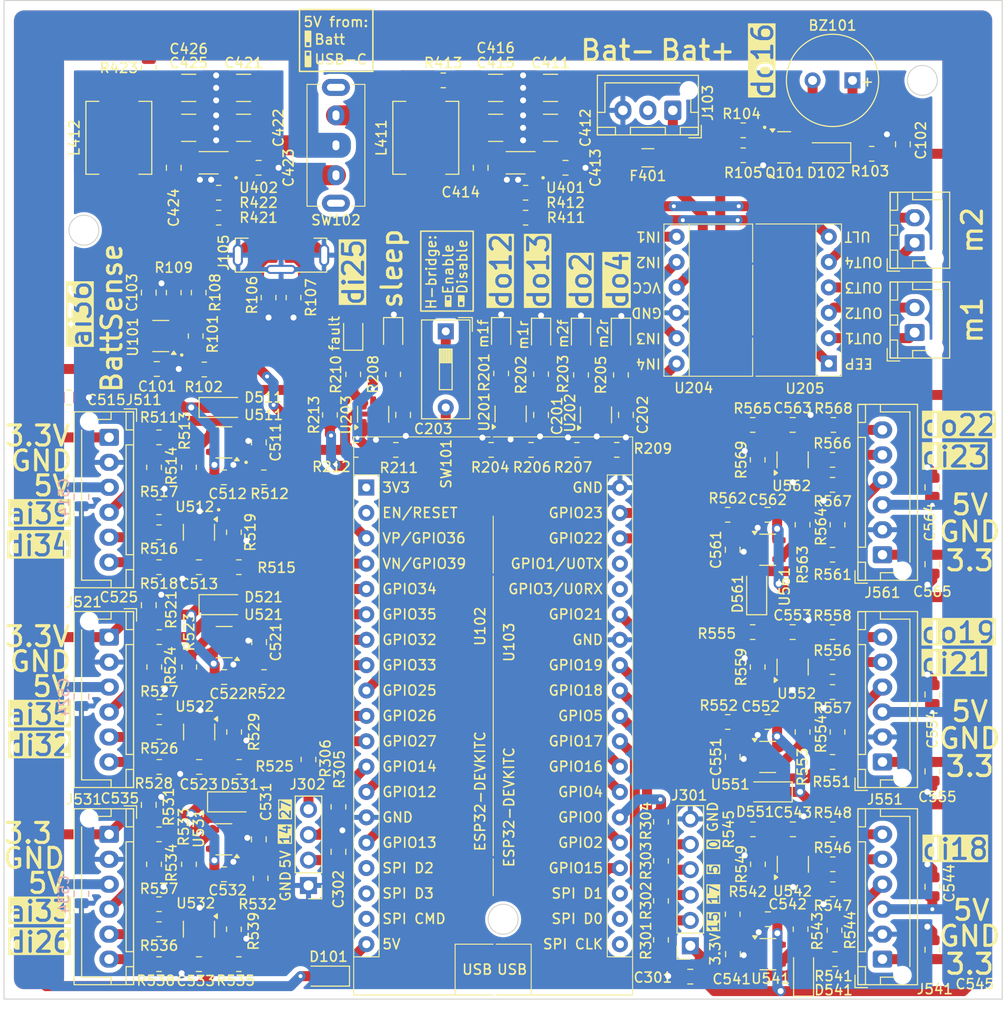
<source format=kicad_pcb>
(kicad_pcb (version 20240108) (generator "pcbnew") (generator_version "8.0")
  (layers (0 "F.Cu" signal) (31 "B.Cu" signal) (34 "B.Paste" user) (35 "F.Paste" user) (36 "B.SilkS" user "B.Silkscreen") (37 "F.SilkS" user "F.Silkscreen") (38 "B.Mask" user) (39 "F.Mask" user) (44 "Edge.Cuts" user))
  (property "board_name" "robot-5A-pcb")
  (property "client_name" "EPITA")
  (property "designer" "Jeremie")
  (property "erc" "")
  (property "git_date" "")
  (property "project_name" "robot-5A")
  (property "reviewer" "Xavier")
  (property "version" "0.1")
  (property "version_state" "draft")
  (net 0 "")
  (net 1 "Net-(BZ101--)")
  (net 2 "Net-(BZ101-+)")
  (net 3 "GND")
  (net 4 "+3.3V")
  (net 5 "+5V")
  (net 6 "+BATT")
  (net 7 "Net-(U101--)")
  (net 8 "Net-(D101-K)")
  (net 9 "/Interface Pont H - Moteurs/mot1.out1")
  (net 10 "/Interface Pont H - Moteurs/mot1.out2")
  (net 11 "/Interface Pont H - Moteurs/mot2.out1")
  (net 12 "/Interface Pont H - Moteurs/mot2.out2")
  (net 13 "/Interface Pont H - Moteurs/~{sleep}")
  (net 15 "/Power Supply/batt.in+")
  (net 16 "Net-(Q101-G)")
  (net 17 "Net-(U101-+)")
  (net 18 "Net-(R101-Pad2)")
  (net 19 "/batt.sense.protect")
  (net 20 "/buzzer")
  (net 21 "/Interface Pont H - Moteurs/mot1.ctrl.trig")
  (net 22 "/Interface Pont H - Moteurs/mot1.ctrl2.trig")
  (net 23 "/Interface Pont H - Moteurs/mot2.ctrl1.trig")
  (net 24 "/mot1.ctrl1")
  (net 25 "/mot1.ctrl2")
  (net 26 "/Interface Pont H - Moteurs/~{sleep.trig}")
  (net 27 "/mot2.ctrl1")
  (net 28 "/Interface Pont H - Moteurs/~{fault.trig}")
  (net 29 "/mot2.ctrl2")
  (net 30 "/~{fault}")
  (net 31 "/sd.spi.cs")
  (net 32 "/sd.spi.mosi")
  (net 33 "/sd.spi.clk")
  (net 34 "/sd.spi.miso")
  (net 35 "/lcd.i2c.sda")
  (net 36 "/lcd.i2c.scl")
  (net 37 "/sensor.1.adcIn")
  (net 38 "/sensor.1.din")
  (net 39 "/Sensors1/sensor.dout")
  (net 40 "/sensor.2.adcIn")
  (net 41 "/sensor.2.din")
  (net 42 "/Sensors2/sensor.dout")
  (net 43 "/sensor.3.adcIn")
  (net 44 "/sensor.3.din")
  (net 45 "/Sensors3/sensor.dout")
  (net 46 "/Sensors4/sensor.adcIn")
  (net 47 "/sensor.4.din")
  (net 48 "/Sensors4/sensor.dout")
  (net 49 "/Sensors5/sensor.adcIn")
  (net 50 "/sensor.5.din")
  (net 51 "/sensor.5.dout")
  (net 52 "/Sensors6/sensor.adcIn")
  (net 53 "/sensor.6.din")
  (net 54 "/sensor.6.dout")
  (net 55 "Net-(U401-BOOST)")
  (net 60 "/Interface Pont H - Moteurs/mot2.ctrl2.trig")
  (net 61 "Net-(D511-A)")
  (net 62 "Net-(D521-A)")
  (net 63 "Net-(D531-A)")
  (net 64 "Net-(D541-A)")
  (net 65 "Net-(D551-A)")
  (net 66 "Net-(D561-A)")
  (net 67 "Net-(D201-A)")
  (net 68 "Net-(D202-A)")
  (net 69 "Net-(D203-A)")
  (net 70 "Net-(D204-A)")
  (net 71 "Net-(D205-A)")
  (net 72 "Net-(D206-K)")
  (net 73 "Net-(J301-Pin_2)")
  (net 74 "Net-(J301-Pin_3)")
  (net 75 "Net-(J301-Pin_4)")
  (net 76 "Net-(J301-Pin_5)")
  (net 77 "Net-(J302-Pin_3)")
  (net 78 "Net-(J302-Pin_4)")
  (net 79 "Net-(J511-Pin_6)")
  (net 80 "Net-(J511-Pin_5)")
  (net 81 "Net-(J511-Pin_4)")
  (net 82 "Net-(J521-Pin_6)")
  (net 83 "Net-(J521-Pin_5)")
  (net 84 "Net-(J521-Pin_4)")
  (net 85 "Net-(J531-Pin_6)")
  (net 86 "Net-(J531-Pin_5)")
  (net 87 "Net-(J531-Pin_4)")
  (net 88 "Net-(J541-Pin_6)")
  (net 89 "Net-(J541-Pin_5)")
  (net 90 "Net-(J541-Pin_4)")
  (net 91 "Net-(J551-Pin_6)")
  (net 92 "Net-(J551-Pin_5)")
  (net 93 "Net-(J551-Pin_4)")
  (net 94 "Net-(J561-Pin_6)")
  (net 95 "Net-(J561-Pin_5)")
  (net 96 "Net-(J561-Pin_4)")
  (net 97 "Net-(R512-Pad2)")
  (net 98 "Net-(U511--)")
  (net 99 "Net-(R515-Pad2)")
  (net 100 "Net-(R516-Pad1)")
  (net 101 "Net-(R518-Pad1)")
  (net 102 "Net-(R522-Pad2)")
  (net 103 "Net-(U521--)")
  (net 104 "Net-(R525-Pad2)")
  (net 105 "Net-(R526-Pad1)")
  (net 106 "Net-(R528-Pad1)")
  (net 107 "Net-(R532-Pad2)")
  (net 108 "Net-(U531--)")
  (net 109 "Net-(R535-Pad2)")
  (net 110 "Net-(R536-Pad1)")
  (net 111 "Net-(R538-Pad1)")
  (net 112 "Net-(R542-Pad2)")
  (net 113 "Net-(U541--)")
  (net 114 "Net-(R545-Pad2)")
  (net 115 "Net-(R546-Pad1)")
  (net 116 "Net-(R548-Pad1)")
  (net 117 "Net-(R552-Pad2)")
  (net 118 "Net-(U551--)")
  (net 119 "Net-(R555-Pad2)")
  (net 120 "Net-(R556-Pad1)")
  (net 121 "Net-(R558-Pad1)")
  (net 122 "Net-(R562-Pad2)")
  (net 123 "Net-(U561--)")
  (net 124 "Net-(R565-Pad2)")
  (net 125 "Net-(R566-Pad1)")
  (net 126 "Net-(R568-Pad1)")
  (net 127 "Net-(U205-ULT)")
  (net 128 "Net-(U401-SW)")
  (net 129 "Net-(C415-Pad2)")
  (net 130 "Net-(U401-Vcc)")
  (net 131 "Net-(U402-BOOST)")
  (net 132 "Net-(U402-SW)")
  (net 133 "Net-(C425-Pad2)")
  (net 134 "Net-(U402-Vcc)")
  (net 136 "Net-(U401-Vfb)")
  (net 137 "Net-(U402-Vfb)")
  (net 138 "Net-(J105-CC1)")
  (net 139 "Net-(SW102-C)")
  (net 140 "Net-(J105-CC2)")
  (net 141 "/Power Supply/5V_out")
  (footprint "Resistor_SMD:R_0805_2012Metric" (layer "F.Cu") (at 118.525 136.5 -90)
    (property "Reference" "R533")
    (property "Value" "1k")
  )
  (footprint "Resistor_SMD:R_0805_2012Metric" (layer "F.Cu") (at 172.5 101.5)
    (property "Reference" "R562")
    (property "Value" "1k")
  )
  (footprint "Capacitor_SMD:C_0805_2012Metric" (layer "F.Cu") (at 179 113.25)
    (property "Reference" "C553")
    (property "Value" "100n")
  )
  (footprint "Capacitor_SMD:C_1210_3225Metric" (layer "F.Cu") (at 118.5 58.75 180)
    (property "Reference" "C426")
    (property "Value" "10u")
  )
  (footprint "LED_SMD:LED_0805_2012Metric" (layer "F.Cu") (at 138.98 83.4375 -90)
    (property "Reference" "D205" (hide yes))
    (property "Value" "LED Verte")
  )
  (footprint "Capacitor_SMD:C_0805_2012Metric" (layer "F.Cu") (at 119.525 146.5 180)
    (property "Reference" "C533")
    (property "Value" "100n")
  )
  (footprint "Capacitor_SMD:C_0805_2012Metric" (layer "F.Cu") (at 168.75 147.75 180)
    (property "Reference" "C301")
    (property "Value" "100n")
  )
  (footprint "Capacitor_SMD:C_1210_3225Metric" (layer "F.Cu") (at 118.5 62.75 180)
    (property "Reference" "C425")
    (property "Value" "10u")
  )
  (footprint "Package_TO_SOT_SMD:SOT-23-6" (layer "F.Cu") (at 159.3 91.5 90)
    (property "Reference" "U202")
    (property "Value" "74LVC2G17")
  )
  (footprint "Resistor_SMD:R_0805_2012Metric" (layer "F.Cu") (at 183 113.25)
    (property "Reference" "R558")
    (property "Value" "1k")
  )
  (footprint "Capacitor_SMD:C_0805_2012Metric" (layer "F.Cu") (at 162.3 91.5 -90)
    (property "Reference" "C202")
    (property "Value" "100n")
  )
  (footprint "Resistor_SMD:R_0805_2012Metric" (layer "F.Cu") (at 123.55 126.75 180)
    (property "Reference" "R525")
    (property "Value" "1k")
  )
  (footprint "Resistor_SMD:R_0805_2012Metric" (layer "F.Cu") (at 115.525 106.75 180)
    (property "Reference" "R518")
    (property "Value" "1k")
  )
  (footprint "Capacitor_SMD:C_0805_2012Metric" (layer "F.Cu") (at 122.025 97.75 180)
    (property "Reference" "C512")
    (property "Value" "100n")
  )
  (footprint "Resistor_SMD:R_0805_2012Metric" (layer "F.Cu") (at 123.05 123.25 -90)
    (property "Reference" "R529")
    (property "Value" "10k")
  )
  (footprint "Connector_JST:JST_XH_B6B-XH-AM_1x06_P2.50mm_Vertical" (layer "F.Cu") (at 188 126.25 90)
    (property "Reference" "J551")
    (property "Value" "Conn_01x06")
  )
  (footprint "0package:L_KOHERelec_MDA-7050" (layer "F.Cu") (at 142.25 63.75 90)
    (property "Reference" "L411")
    (property "Value" "22µH")
  )
  (footprint "Connector_JST:JST_XH_B3B-XH-AM_1x03_P2.50mm_Vertical" (layer "F.Cu") (at 167 61 180)
    (property "Reference" "J103")
    (property "Value" "Conn_01x03")
  )
  (footprint "Diode_SMD:D_SOD-123F" (layer "F.Cu") (at 175.4 109.3 90)
    (property "Reference" "D561")
    (property "Value" "PMEG1020EH")
  )
  (footprint "Package_TO_SOT_SMD:SOT-23-6" (layer "F.Cu") (at 119.55 123.25 -90)
    (property "Reference" "U522")
    (property "Value" "74LVC2G17")
  )
  (footprint "Resistor_SMD:R_0805_2012Metric" (layer "F.Cu") (at 148.8 95 180)
    (property "Reference" "R204")
    (property "Value" "10k")
  )
  (footprint "LED_SMD:LED_0805_2012Metric" (layer "F.Cu") (at 153.8 83.5 -90)
    (property "Reference" "D202" (hide yes))
    (property "Value" "LED Jaune")
  )
  (footprint "Resistor_SMD:R_0805_2012Metric" (layer "F.Cu") (at 125.7 137.9 90)
    (property "Reference" "R532")
    (property "Value" "1k")
  )
  (footprint "Package_TO_SOT_SMD:SOT-23-6" (layer "F.Cu") (at 179.025 136.5 90)
    (property "Reference" "U542")
    (property "Value" "74LVC2G17")
  )
  (footprint "Resistor_SMD:R_0805_2012Metric" (layer "F.Cu") (at 123.025 143 -90)
    (property "Reference" "R539")
    (property "Value" "10k")
  )
  (footprint "Capacitor_SMD:C_0805_2012Metric" (layer "F.Cu") (at 173 125.75 90)
    (property "Reference" "C551")
    (property "Value" "100n")
  )
  (footprint "Resistor_SMD:R_0805_2012Metric" (layer "F.Cu") (at 183.5 123.25 90)
    (property "Reference" "R554")
    (property "Value" "10k")
  )
  (footprint "Resistor_SMD:R_0805_2012Metric" (layer "F.Cu") (at 119.2 83.6 -90)
    (property "Reference" "R101")
    (property "Value" "10k")
  )
  (footprint "Resistor_SMD:R_0805_2012Metric" (layer "F.Cu") (at 123.025 103.25 -90)
    (property "Reference" "R519")
    (property "Value" "10k")
  )
  (footprint "0package:ESP32-DevKitC-Left" (layer "F.Cu") (at 136.3 121.64)
    (property "Reference" "U102")
    (property "Value" "ESP32-DEVKITC")
  )
  (footprint "Capacitor_SMD:C_0805_2012Metric" (layer "F.Cu") (at 122.05 117.75 180)
    (property "Reference" "C522")
    (property "Value" "100n")
  )
  (footprint "Resistor_SMD:R_0805_2012Metric" (layer "F.Cu") (at 183 116.75)
    (property "Reference" "R556")
    (property "Value" "1k")
  )
  (footprint "Button_Switch_THT:SW_DIP_SPSTx01_Slide_9.78x4.72mm_W7.62mm_P2.54mm" (layer "F.Cu") (at 144.25 83.13 -90)
    (property "Reference" "SW101")
    (property "Value" "SW_DIP_x01")
  )
  (footprint "Package_TO_SOT_SMD:SOT-23-6" (layer "F.Cu") (at 119.525 143 -90)
    (property "Reference" "U532")
    (property "Value" "74LVC2G17")
  )
  (footprint "Resistor_SMD:R_0805_2012Metric" (layer "F.Cu") (at 135.25 95)
    (property "Reference" "R212")
    (property "Value" "10k")
  )
  (footprint "Resistor_SMD:R_0805_2012Metric" (layer "F.Cu") (at 118.525 96.75 -90)
    (property "Reference" "R513")
    (property "Value" "1k")
  )
  (footprint "Capacitor_SMD:C_0805_2012Metric" (layer "F.Cu") (at 115.3 86.9 180)
    (property "Reference" "C101")
    (property "Value" "100n")
  )
  (footprint "Resistor_SMD:R_0805_2012Metric" (layer "F.Cu") (at 183 126.25)
    (property "Reference" "R551")
    (property "Value" "1k")
  )
  (footprint "Resistor_SMD:R_0805_2012Metric" (layer "F.Cu") (at 183.025 136.5)
    (property "Reference" "R546")
    (property "Value" "1k")
  )
  (footprint "Capacitor_SMD:C_0805_2012Metric" (layer "F.Cu") (at 173 105 90)
    (property "Reference" "C561")
    (property "Value" "100n")
  )
  (footprint "LED_SMD:LED_0805_2012Metric" (layer "F.Cu") (at 149.8 83.4375 -90)
    (property "Reference" "D201" (hide yes))
    (property "Value" "LED Jaune")
  )
  (footprint "Resistor_SMD:R_0805_2012Metric" (layer "F.Cu") (at 126.05 117.75 180)
    (property "Reference" "R522")
    (property "Value" "1k")
  )
  (footprint "Resistor_SMD:R_0805_2012Metric" (layer "F.Cu") (at 186.925 65.35)
    (property "Reference" "R103")
    (property "Value" "0R")
  )
  (footprint "Diode_SMD:D_SOD-123F" (layer "F.Cu") (at 122.6 130.25)
    (property "Reference" "D531")
    (property "Value" "PMEG1020EH")
  )
  (footprint "Resistor_SMD:R_0805_2012Metric" (layer "F.Cu") (at 119.5 79.25 -90)
    (property "Reference" "R108")
    (property "Value" "22k")
  )
  (footprint "Resistor_SMD:R_0805_2012Metric" (layer "F.Cu") (at 183.025 133)
    (property "Reference" "R548")
    (property "Value" "1k")
  )
  (footprint "Resistor_SMD:R_0805_2012Metric" (layer "F.Cu") (at 180 123.25 90)
    (property "Reference" "R553")
    (property "Value" "1k")
  )
  (footprint "Resistor_SMD:R_0805_2012Metric" (layer "F.Cu") (at 165.815 136.16 -90)
    (property "Reference" "R303")
    (property "Value" "200R")
  )
  (footprint "Resistor_SMD:R_0805_2012Metric" (layer "F.Cu") (at 183.2 143.1 90)
    (property "Reference" "R544")
    (property "Value" "10k")
  )
  (footprint "Resistor_SMD:R_0805_2012Metric" (layer "F.Cu") (at 115.525 100.75)
    (property "Reference" "R517")
    (property "Value" "10k")
  )
  (footprint "LED_SMD:LED_0805_2012Metric" (layer "F.Cu") (at 157.8 83.5 -90)
    (property "Reference" "D203" (hide yes))
    (property "Value" "LED Jaune")
  )
  (footprint "Connector_JST:JST_XH_B6B-XH-AM_1x06_P2.50mm_Vertical" (layer "F.Cu") (at 188 146 90)
    (property "Reference" "J541")
    (property "Value" "Conn_01x06")
  )
  (footprint "Resistor_SMD:R_0805_2012Metric" (layer "F.Cu") (at 115.55 113.75 180)
    (property "Reference" "R521")
    (property "Value" "1k")
  )
  (footprint "Capacitor_SMD:C_0805_2012Metric" (layer "F.Cu") (at 153.8 91.5 -90)
    (property "Reference" "C201")
    (property "Value" "100n")
  )
  (footprint "Capacitor_SMD:C_1210_3225Metric" (layer "F.Cu") (at 154.75 62.75)
    (property "Reference" "C412")
    (property "Value" "10u")
  )
  (footprint "Resistor_SMD:R_0805_2012Metric" (layer "F.Cu") (at 179.8 143 90)
    (property "Reference" "R543")
    (property "Value" "1k")
  )
  (footprint "Resistor_SMD:R_0805_2012Metric" (layer "F.Cu") (at 134.98 87.4375 90)
    (property "Reference" "R210")
    (property "Value" "1k")
  )
  (footprint "Resistor_SMD:R_0805_2012Metric" (layer "F.Cu") (at 115.525 103.25 180)
    (property "Reference" "R516")
    (property "Value" "1k")
  )
  (footprint "Capacitor_SMD:C_0805_2012Metric" (layer "F.Cu") (at 193 127.2 -90)
    (property "Reference" "C555")
    (property "Value" "1u")
  )
  (footprint "Resistor_SMD:R_0805_2012Metric" (layer "F.Cu") (at 174.05 65.5)
    (property "Reference" "R105")
    (property "Value" "10k")
  )
  (footprint "Capacitor_SMD:C_0805_2012Metric" (layer "F.Cu") (at 133.5 135.25 90)
    (property "Reference" "C302")
    (property "Value" "100n")
  )
  (footprint "Capacitor_SMD:C_0805_2012Metric" (layer "F.Cu") (at 193 138.75 90)
    (property "Reference" "C544")
    (property "Value" "1u")
  )
  (footprint "Resistor_SMD:R_0805_2012Metric" (layer "F.Cu") (at 165.815 144.0725 90)
    (property "Reference" "R301")
    (property "Value" "200R")
  )
  (footprint "Connector_JST:JST_XH_B6B-XH-AM_1x06_P2.50mm_Vertical" (layer "F.Cu") (at 110.525 93.75 -90)
    (property "Reference" "J511")
    (property "Value" "Conn_01x06")
  )
  (footprint "Resistor_SMD:R_0805_2012Metric" (layer "F.Cu") (at 157.3875 95 180)
    (property "Reference" "R207")
    (property "Value" "10k")
  )
  (footprint "Resistor_SMD:R_0805_2012Metric" (layer "F.Cu") (at 174.05 63)
    (property "Reference" "R104")
    (property "Value" "1k")
  )
  (footprint "Capacitor_SMD:C_0805_2012Metric" (layer "F.Cu") (at 125.5 66.75)
    (property "Reference" "C423")
    (property "Value" "1u")
  )
  (footprint "Capacitor_SMD:C_0805_2012Metric" (layer "F.Cu") (at 179 92.5)
    (property "Reference" "C563")
    (property "Value" "100n")
  )
  (footprint "Resistor_SMD:R_0805_2012Metric" (layer "F.Cu") (at 180 102.5 90)
    (property "Reference" "R563")
    (property "Value" "1k")
  )
  (footprint "Package_TO_SOT_SMD:SOT-23" (layer "F.Cu") (at 178.15 64.7)
    (property "Reference" "Q101")
    (property "Value" "N-MOSFET")
  )
  (footprint "Capacitor_SMD:C_0805_2012Metric" (layer "F.Cu") (at 193 106.45 -90)
    (property "Reference" "C565")
    (property "Value" "1u")
  )
  (footprint "Package_TO_SOT_SMD:SOT-23-6" (layer "F.Cu") (at 150.75 91.4 90)
    (property "Reference" "U201")
    (property "Value" "74LVC2G17")
  )
  (footprint "Resistor_SMD:R_0805_2012Metric" (layer "F.Cu") (at 173 141.5 -90)
    (property "Reference" "R542")
    (property "Value" "1k")
  )
  (footprint "Diode_SMD:D_SOD-123F" (layer "F.Cu") (at 121.75 110.5)
    (property "Reference" "D521")
    (property "Value" "PMEG1020EH")
  )
  (footprint "0package:L_KOHERelec_MDA-7050" (layer "F.Cu") (at 111.5 63.75 90)
    (property "Reference" "L412")
    (property "Value" "15µH")
  )
  (footprint "Resistor_SMD:R_0805_2012Metric" (layer "F.Cu") (at 115.525 140.5)
    (property "Reference" "R537")
    (property "Value" "10k")
  )
  (footprint "Capacitor_SMD:C_1210_3225Metric" (layer "F.Cu") (at 154.75 58.75)
    (property "Reference" "C411")
    (property "Value" "10u")
  )
  (footprint "Resistor_SMD:R_0805_2012Metric" (layer "F.Cu") (at 161.8 87.5 90)
    (property "Reference" "R205")
    (property "Value" "1k")
  )
  (footprint "Capacitor_SMD:C_0805_2012Metric" (layer "F.Cu") (at 147.75 66.75 90)
    (property "Reference" "C414")
    (property "Value" "100n")
  )
  (footprint "Capacitor_SMD:C_1210_3225Metric" (layer "F.Cu") (at 149.25 58.75 180)
    (property "Reference" "C416")
    (property "Value" "10u")
  )
  (footprint "Capacitor_SMD:C_0805_2012Metric" (layer "F.Cu") (at 117 66.75 90)
    (property "Reference" "C424")
    (property "Value" "100n")
  )
  (footprint "Diode_SMD:D_SOD-123F" (layer "F.Cu") (at 176.75 129.25 180)
    (property "Reference" "D551")
    (property "Value" "PMEG1020EH")
  )
  (footprint "Resistor_SMD:R_0805_2012Metric" (layer "F.Cu") (at 123.525 106.75 180)
    (property "Reference" "R515")
    (property "Value" "1k")
  )
  (footprint "Capacitor_SMD:C_1210_3225Metric" (layer "F.Cu") (at 124 58.75)
    (property "Reference" "C421")
    (property "Value" "10u")
  )
  (footprint "Capacitor_SMD:C_0805_2012Metric" (layer "F.Cu") (at 193 119.5 90)
    (property "Reference" "C554")
    (property "Value" "1u")
  )
  (footprint "Resistor_SMD:R_0805_2012Metric" (layer "F.Cu") (at 117 79.25 90)
    (property "Reference" "R109")
    (property "Value" "10k")
  )
  (footprint "Resistor_SMD:R_0805_2012Metric" (layer "F.Cu") (at 175.5 116.75 90)
    (property "Reference" "R559")
    (property "Value" "10k")
  )
  (footprint "0package:TDFN-8-1EP_3x2mm_P0.5mm_EP1.60x1.50mm" (layer "F.Cu") (at 151.75 66.25 180)
    (property "Reference" "U401")
    (property "Value" "MCP16311MNY")
  )
  (footprint "Resistor_SMD:R_0805_2012Metric" (layer "F.Cu") (at 115.025 136.5 -90)
    (property "Reference" "R534")
    (property "Value" "10k")
  )
  (footprint "Capacitor_SMD:C_0805_2012Metric" (layer "F.Cu") (at 176.525 142)
    (property "Reference" "C542")
    (property "Value" "100n")
  )
  (footprint "Resistor_SMD:R_0805_2012Metric" (layer "F.Cu") (at 165.815 140.16 90)
    (property "Reference" "R302")
    (property "Value" "200R")
  )
  (footprint "Resistor_SMD:R_0805_2012Metric" (layer "F.Cu") (at 115.05 116.75 -90)
    (property "Reference" "R524")
    (property "Value" "10k")
  )
  (footprint "Capacitor_SMD:C_1210_3225Metric" (layer "F.Cu") (at 149.25 62.75 180)
    (property "Reference" "C415")
    (property "Value" "10u")
  )
  (footprint "Resistor_SMD:R_0805_2012Metric" (layer "F.Cu") (at 144 58 180)
    (property "Reference" "R413")
    (property "Value" "0R")
  )
  (footprint "Resistor_SMD:R_0805_2012Metric" (layer "F.Cu") (at 114.5 56.75 90)
    (property "Reference" "R423")
    (property "Value" "0R")
  )
  (footprint "Resistor_SMD:R_0805_2012Metric" (layer "F.Cu") (at 153.8 87.4125 90)
    (property "Reference" "R202")
    (property "Value" "1k")
  )
  (footprint "Capacitor_SMD:C_0805_2012Metric" (layer "F.Cu") (at 119.55 126.75 180)
    (property "Reference" "C523")
    (property "Value" "100n")
  )
  (footprint "Resistor_SMD:R_0805_2012Metric" (layer "F.Cu") (at 175.025 133)
    (property "Reference" "R545")
    (property "Value" "1k")
  )
  (footprint "Resistor_SMD:R_0805_2012Metric" (layer "F.Cu") (at 115.525 146.5 180)
    (property "Reference" "R538")
    (property "Value" "1k")
  )
  (footprint "Resistor_SMD:R_0805_2012Metric" (layer "F.Cu") (at 175 113.25)
    (property "Reference" "R555")
    (property "Value" "1k")
  )
  (footprint "Resistor_SMD:R_0805_2012Metric" (layer "F.Cu") (at 115.55 120.75)
    (property "Reference" "R527")
    (property "Value" "10k")
  )
  (footprint "Resistor_SMD:R_0805_2012Metric" (layer "F.Cu") (at 172.5 122.25)
    (property "Reference" "R552")
    (property "Value" "1k")
  )
  (footprint "Fuse:Fuse_1206_3216Metric" (layer "F.Cu") (at 164.5 65.75 180)
    (property "Reference" "F401")
    (property "Value" "Fuse")
  )
  (footprint "Capacitor_SMD:C_0805_2012Metric" (layer "F.Cu") (at 156.25 66.75)
    (property "Reference" "C413")
    (property "Value" "1u")
  )
  (footprint "Diode_SMD:D_SOD-123F" (layer "F.Cu") (at 121.75 90.75)
    (property "Reference" "D511")
    (property "Value" "PMEG1020EH")
  )
  (footprint "Package_TO_SOT_SMD:SOT-23-5" (layer "F.Cu") (at 176.5 125.75)
    (property "Reference" "U551")
    (property "Value" "MCP6001T-I/OT")
  )
  (footprint "Diode_SMD:D_SOD-123F" (layer "F.Cu") (at 180.1 147.5 90)
    (property "Reference" "D541")
    (property "Value" "PMEG1020EH")
  )
  (footprint "Resistor_SMD:R_0805_2012Metric" (layer "F.Cu") (at 115.55 126.75 180)
    (property "Reference" "R528")
    (property "Value" "1k")
  )
  (footprint "Resistor_SMD:R_0805_2012Metric" (layer "F.Cu") (at 138.98 87.4375 90)
    (property "Reference" "R208")
    (property "Value" "1k")
  )
  (footprint "Capacitor_SMD:C_0805_2012Metric" (layer "F.Cu") (at 173.025 145.5 90)
    (property "Reference" "C541")
    (property "Value" "100n")
  )
  (footprint "Resistor_SMD:R_0805_2012Metric" (layer "F.Cu") (at 126.025 97.75 180)
    (property "Reference" "R512")
    (property "Value" "1k")
  )
  (footprint "Resistor_SMD:R_0805_2012Metric" (layer "F.Cu") (at 115.025 96.75 -90)
    (property "Reference" "R514")
    (property "Value" "10k")
  )
  (footprint "0package:DVR8833_EVM_IN" (layer "F.Cu") (at 167.375 80.005 180)
    (property "Reference" "U204")
    (property "Value" "DRV8833")
  )
  (footprint "Resistor_SMD:R_0805_2012Metric" (layer "F.Cu") (at 175.525 136.5 90)
    (property "Reference" "R549")
    (property "Value" "10k")
  )
  (footprint "Resistor_SMD:R_0805_2012Metric" (layer "F.Cu") (at 139.25 95)
    (property "Reference" "R211")
    (property "Value" "10k")
  )
  (footprint "Buzzer_Beeper:MagneticBuzzer_PUI_AT-0927-TT-6-R" (layer "F.Cu") (at 185 58 180)
    (property "Reference" "BZ101")
    (property "Value" "Buzzer")
  )
  (footprint "Capacitor_SMD:C_1210_3225Metric" (layer "F.Cu") (at 124 62.75)
    (property "Reference" "C422")
    (property "Value" "10u")
  )
  (footprint "Resistor_SMD:R_0805_2012Metric" (layer "F.Cu") (at 175 92.5)
    (property "Reference" "R565")
    (property "Value" "1k")
  )
  (footprint "Resistor_SMD:R_0805_2012Metric" (layer "F.Cu") (at 149.8 87.35 90)
    (property "Reference" "R201")
    (property "Value" "1k")
  )
  (footprint "Package_TO_SOT_SMD:SOT-23-6" (layer "F.Cu") (at 136.98 91.4375 90)
    (property "Reference" "U203")
    (property "Value" "74LVC2G17")
  )
  (footprint "Resistor_SMD:R_0805_2012Metric" (layer "F.Cu") (at 152.25 69.25 180)
    (property "Reference" "R412")
    (property "Value" "10k")
  )
  (footprint "Resistor_SMD:R_0805_2012Metric" (layer "F.Cu") (at 118.55 116.75 -90)
    (property "Reference" "R523")
    (property "Value" "1k")
  )
  (footprint "Diode_SMD:D_SOD-123F" (layer "F.Cu") (at 132.4 147.7 180)
    (property "Reference" "D101")
    (property "Value" "PMEG1020EH")
  )
  (footprint "Package_TO_SOT_SMD:SOT-23-5" (layer "F.Cu") (at 115.7 83.6 180)
    (property "Reference" "U101")
    (property "Value" "MCP6001T-I/OT")
  )
  (footprint "Capacitor_SMD:C_0805_2012Metric" (layer "F.Cu") (at 190.05 64.4 -90)
    (property "Reference" "C102")
    (property "Value" "100n")
  )
  (footprint "Package_TO_SOT_SMD:SOT-23-5" (layer "F.Cu") (at 122.05 114.25 180)
    (property "Reference" "U521")
    (property "Value" "MCP6001T-I/OT")
  )
  (footprint "Capacitor_SMD:C_0805_2012Metric" (layer "F.Cu") (at 176.5 122.25)
    (property "Reference" "C552")
    (property "Value" "100n")
  )
  (footprint "Resistor_SMD:R_0805_2012Metric" (layer "F.Cu") (at 132.65 91.5 90)
    (property "Reference" "R213")
    (property "Value" "1k")
  )
  (footprint "0package:USB_C_Receptacle_SHOU-HAN_TYPE-C-6P-LT-10.5" (layer "F.Cu") (at 127.75 75.5)
    (property "Reference" "J105")
    (property "Value" "USB_C_Receptacle_PowerOnly_6P")
  )
  (footprint "Capacitor_SMD:C_0805_2012Metric" (layer "F.Cu") (at 139.98 91.5 -90)
    (property "Reference" "C203")
    (property "Value" "100n")
  )
  (footprint "Capacitor_SMD:C_0805_2012Metric" (layer "F.Cu") (at 122.025 137.5 180)
    (property "Reference" "C532")
    (property "Value" "100n")
  )
  (footprint "Connector_PinHeader_2.54mm:PinHeader_1x04_P2.54mm_Vertical" (layer "F.Cu") (at 130.5 138.62 180)
    (property "Reference" "J302")
    (property "Value" "Conn_01x04")
  )
  (footprint "Resistor_SMD:R_0805_2012Metric" (layer "F.Cu") (at 115.525 133.5 180)
    (property "Reference" "R531")
    (property "Value" "1k")
  )
  (footprint "Capacitor_SMD:C_0805_2012Metric" (layer "F.Cu") (at 193 145.05 90)
    (property "Reference" "C545")
    (property "Value" "1u")
  )
  (footprint "0package:ESP32-DevKitC-Right" (layer "F.Cu") (at 161.7 121.64)
    (property "Reference" "U103")
    (property "Value" "ESP32-DEVKITC")
  )
  (footprint "Capacitor_SMD:C_0805_2012Metric" (layer "F.Cu") (at 114.5 130.55 90)
    (property "Reference" "C535")
    (property "Value" "1u")
  )
  (footprint "Package_TO_SOT_SMD:SOT-23-6" (layer "F.Cu") (at 119.525 103.25 -90)
    (property "Reference" "U512")
    (property "Value" "74LVC2G17")
  )
  (footprint "Package_TO_SOT_SMD:SOT-23-5" (layer "F.Cu") (at 176.525 145.5)
    (property "Reference" "U541")
    (property "Value" "MCP6001T-I/OT")
  )
  (footprint "Resistor_SMD:R_0805_2012Metric" (layer "F.Cu") (at 183.0875 92.5)
    (property "Reference" "R568")
    (property "Value" "1k")
  )
  (footprint "Capacitor_SMD:C_0805_2012Metric" (layer "F.Cu") (at 179.025 133)
    (property "Reference" "C543")
    (property "Value" "100n")
  )
  (footprint "Resistor_SMD:R_0805_2012Metric" (layer "F.Cu") (at 183.5 102.5 90)
    (property "Reference" "R564")
    (property "Value" "10k")
  )
  (footprint "LED_SMD:LED_0805_2012Metric" (layer "F.Cu") (at 134.98 83.3375 90)
    (property "Reference" "D206" (hide yes))
    (property "Value" "LED Rouge")
  )
  (footprint "Capacitor_SMD:C_0805_2012Metric" (layer "F.Cu") (at 176.5 101.5)
    (property "Reference" "C562")
    (property "Value" "100n")
  )
  (footprint "Resistor_SMD:R_0805_2012Metric" (layer "F.Cu") (at 152.8 95)
    (property "Reference" "R206")
    (property "Value" "10k")
  )
  (footprint "Resistor_SMD:R_0805_2012Metric" (layer "F.Cu") (at 115.525 143 180)
    (property "Reference" "R536")
    (property "Value" "1k")
  )
  (footprint "Capacitor_SMD:C_0805_2012Metric" (layer "F.Cu") (at 106.5 89.75)
    (property "Reference" "C515")
    (property "Value" "1u")
  )
  (footprint "Resistor_SMD:R_0805_2012Metric" (layer "F.Cu") (at 121.5 69.25 180)
    (property "Reference" "R422")
    (property "Value" "10k")
  )
  (footprint "Package_TO_SOT_SMD:SOT-23-6" (layer "F.Cu") (at 179 116.75 90)
    (property "Reference" "U552")
    (property "Value" "74LVC2G17")
  )
  (footprint "Resistor_SMD:R_0805_2012Metric" (layer "F.Cu") (at 120.059499 86.95)
    (property "Reference" "R102")
    (property "Value" "1k")
  )
  (footprint "Package_TO_SOT_SMD:SOT-23-6" (layer "F.Cu") (at 179 96 90)
    (property "Reference" "U562")
    (property "Value" "74LVC2G17")
  )
  (footprint "0package:TDFN-8-1EP_3x2mm_P0.5mm_EP1.60x1.50mm" (layer "F.Cu") (at 121 66.25 180)
    (property "Reference" "U402")
    (property "Value" "MCP16311MNY")
  )
  (footprint "Resistor_SMD:R_0805_2012Metric" (layer "F.Cu") (at 152.25 71.75)
    (property "Reference" "R411")
    (property "Value" "52.3k")
  )
  (footprint "Resistor_SMD:R_0805_2012Metric" (layer "F.Cu") (at 183 96)
    (property "Reference" "R566")
    (property "Value" "1k")
  )
  (footprint "Connector_JST:JST_XH_B6B-XH-AM_1x06_P2.50mm_Vertical" (layer "F.Cu") (at 110.525 133.5 -90)
    (property "Reference" "J531")
    (property "Value" "Conn_01x06")
  )
  (footprint "Package_TO_SOT_SMD:SOT-23-5" (layer "F.Cu") (at 122.025 134 180)
    (property "Reference" "U531")
    (property "Value" "MCP6001T-I/OT")
  )
  (footprint "Diode_SMD:D_SOD-123F" (layer "F.Cu") (at 182.6125 65.25 180)
    (property "Reference" "D102")
    (property "Value" "PMEG1020EH")
  )
  (footprint "Package_TO_SOT_SMD:SOT-23-5" (layer "F.Cu") (at 122.025 94.25 180)
    (property "Reference" "U511")
    (property "Value" "MCP6001T-I/OT")
  )
  (footprint "Capacitor_SMD:C_0805_2012Metric" (layer "F.Cu") (at 119.525 106.75 180)
    (property "Reference" "C513")
    (property "Value" "100n")
  )
  (footprint "Capacitor_SMD:C_0805_2012Metric" (layer "F.Cu") (at 125.55 114.25 -90)
    (property "Reference" "C521")
    (property "Value" "100n")
  )
  (footprint "0package:SW_Slide_1P2T_SS-12F45" (layer "F.Cu") (at 133.25 64.5 -90)
    (property "Reference" "SW102")
    (property "Value" "SW_SPDT")
  )
  (footprint "Connector_JST:JST_XH_B2B-XH-AM_1x02_P2.50mm_Vertical" (layer "F.Cu") (at 191.225 74.25 90)
    (property "Reference" "J102" (hide yes))
    (property "Value" "Conn_01x02")
  )
  (footprint "Capacitor_SMD:C_0805_2012Metric" (layer "F.Cu") (at 193 98.75 90)
    (property "Reference" "C564")
    (property "Value" "1u")
  )
  (footprint "Resistor_SMD:R_0805_2012Metric" (layer "F.Cu") (at 183 119.25 180)
    (property "Reference" "R557")
    (property "Value" "10k")
  )
  (footprint "Capacitor_SMD:C_0805_2012Metric" (layer "F.Cu") (at 114.5 79.25 90)
    (property "Reference" "C103")
    (property "Value" "100n")
  )
  (footprint "Connector_PinSocket_2.54mm:PinSocket_1x06_P2.54mm_Vertical" (layer "F.Cu") (at 168.75 144.66 180)
    (property "Reference" "J301")
    (property "Value" "Conn_01x06")
  )
  (footprint "Resistor_SMD:R_0805_2012Metric" (layer "F.Cu") (at 161.3875 95)
    (property "Reference" "R209")
    (property "Value" "10k")
  )
  (footprint "Resistor_SMD:R_0805_2012Metric" (layer "F.Cu") (at 121.5 71.75)
    (property "Reference" "R421")
    (property "Value" "31.6k")
  )
  (footprint "Capacitor_SMD:C_0805_2012Metric" (layer "F.Cu") (at 114.5 110.55 90)
    (property "Reference" "C525")
    (property "Value" "1u")
  )
  (footprint "Resistor_SMD:R_0805_2012Metric" (layer "F.Cu") (at 123.525 146.5 180)
    (property "Reference" "R535")
    (property "Value" "1k")
  )
  (footprint "Resistor_SMD:R_0805_2012Metric" (layer "F.Cu") (at 183 105.5)
    (property "Reference" "R561")
    (property "Value" "1k")
  )
  (footprint "Resistor_SMD:R_0805_2012Metric" (layer "F.Cu") (at 183.025 139 180)
    (property "Reference" "R547")
    (property "Value" "10k")
  )
  (footprint "Resistor_SMD:R_0805_2012Metric" (layer "F.Cu") (at 157.8 87.5 90)
    (property "Reference" "R203")
    (property "Value" "1k")
  )
  (footprint "Resistor_SMD:R_0805_2012Metric" (layer "F.Cu") (at 115.55 123.25 180)
    (property "Reference" "R526")
    (property "Value" "1k")
  )
  (footprint "Resistor_SMD:R_0805_2012Metric" (layer "F.Cu") (at 133.5 130.75 -90)
    (property "Reference" "R305")
    (property "Value" "200R")
  )
  (footprint "Connector_JST:JST_XH_B6B-XH-AM_1x06_P2.50mm_Vertical" (layer "F.Cu") (at 188 105.5 90)
    (property "Reference" "J561")
    (property "Value" "Conn_01x06")
  )
  (footprint "0package:DVR8833_EVM_OUT" (layer "F.Cu") (at 182.625 80 180)
    (property "Reference" "U205")
    (property "Value" "DRV8833")
  )
  (footprint "Resistor_SMD:R_0805_2012Metric" (layer "F.Cu") (at 115.525 93.75 180)
    (property "Reference" "R511")
    (property "Value" "1k")
  )
  (footprint "Resistor_SMD:R_0805_2012Metric" (layer "F.Cu") (at 175.5 96 90)
    (property "Reference" "R569")
    (property "Value" "10k")
  )
  (footprint "Resistor_SMD:R_0805_2012Metric" (layer "F.Cu") (at 129 79.75 90)
    (property "Reference" "R107")
    (property "Value" "5.1k 1%")
  )
  (footprint "Resistor_SMD:R_0805_2012Metric" (layer "F.Cu") (at 183 98.5 180)
    (property "Reference" "R567")
    (property "Value" "10k")
  )
  (footprint "Capacitor_SMD:C_0805_2012Metric" (layer "F.Cu") (at 125.525 94.25 -90)
    (property "Reference" "C511")
    (property "Value" "100n")
  )
  (footprint "Resistor_SMD:R_0805_2012Metric" (layer "F.Cu") (at 183.25 146)
    (property "Reference" "R541")
    (property "Value" "1k")
  )
  (footprint "Resistor_SMD:R_0805_2012Metric" (layer "F.Cu") (at 165.815 132.2475 -90)
    (property "Reference" "R304")
    (property "Value" "200R")
  )
  (footprint "Connector_JST:JST_XH_B2B-XH-AM_1x02_P2.50mm_Vertical" (layer "F.Cu") (at 191.225 83.25 90)
    (property "Reference" "J101" (hide yes))
    (property "Value" "Conn_01x02")
  )
  (footprint "Resistor_SMD:R_0805_2012Metric" (layer "F.Cu") (at 126.5 79.75 90)
    (property "Reference" "R106")
    (property "Value" "5.1k 1%")
  )
  (footprint "Connector_JST:JST_XH_B6B-XH-AM_1x06_P2.50mm_Vertical" (layer "F.Cu") (at 110.525 113.75 -90)
    (property "Reference" "J521")
    (property "Value" "Conn_01x06")
  )
  (footprint "LED_SMD:LED_0805_2012Metric" (layer "F.Cu") (at 161.8 83.5 -90)
    (property "Reference" "D204" (hide yes))
    (property "Value" "LED Jaune")
  )
  (footprint "Resistor_SMD:R_0805_2012Metric" (layer "F.Cu") (at 130.5 126 90)
    (property "Reference" "R306")
    (property "Value" "200R")
  )
  (footprint "Package_TO_SOT_SMD:SOT-23-5" (layer "F.Cu") (at 176.5 105)
    (property "Reference" "U561")
    (property "Value" "MCP6001T-I/OT")
  )
  (footprint "Capacitor_SMD:C_0805_2012Metric" (layer "F.Cu") (at 125.525 134 -90)
    (property "Reference" "C531")
    (property "Value" "100n")
  )
  (footprint "Capacitor_SMD:C_0805_2012Metric" (layer "B.Cu") (at 107.75 119.7 -90)
    (property "Reference" "C524")
    (property "Value" "1u")
  )
  (footprint "Capacitor_SMD:C_0805_2012Metric" (layer "B.Cu") (at 107.75 139.45 -90)
    (property "Reference" "C534")
    (property "Value" "1u")
  )
  (footprint "Capacitor_SMD:C_0805_2012Metric" (layer "B.Cu") (at 107.75 99.7 -90)
    (property "Reference" "C514")
    (property "Value" "1u")
  )
  (gr_rect (start 145.55 79.6) (end 146.05 80.1) (stroke (width 0.16)) (fill solid) (layer "F.SilkS"))
  (gr_circle (center 154 67.75) (end 154.1 67.75) (stroke (width 0.15)) (fill solid) (layer "F.SilkS"))
  (gr_rect (start 130.2 53.1) (end 130.7 54.1) (stroke (width 0.16)) (fill solid) (layer "F.SilkS"))
  (gr_rect (start 144.25 79.6) (end 144.75 80.6) (stroke (width 0.16)) (fill none) (layer "F.SilkS"))
  (gr_circle (center 124.25 96.25) (end 124.35 96.25) (stroke (width 0.15)) (fill solid) (layer "F.SilkS"))
  (gr_circle (center 121.5 101) (end 121.6 101) (stroke (width 0.15)) (fill solid) (layer "F.SilkS"))
  (gr_circle (center 176.2 62.7) (end 176.3 62.7) (stroke (width 0.15)) (fill solid) (layer "F.SilkS"))
  (gr_rect (start 130.2 55.1) (end 130.7 56.6) (stroke (width 0.16)) (fill none) (layer "F.SilkS"))
  (gr_circle (center 123.25 67.75) (end 123.35 67.75) (stroke (width 0.15)) (fill solid) (layer "F.SilkS"))
  (gr_rect (start 144.25 80.1) (end 144.75 80.6) (stroke (width 0.16)) (fill solid) (layer "F.SilkS"))
  (gr_rect (start 130.2 55.6) (end 130.7 56.6) (stroke (width 0.16)) (fill solid) (layer "F.SilkS"))
  (gr_circle (center 117.8 85.5) (end 117.9 85.5) (stroke (width 0.15)) (fill solid) (layer "F.SilkS"))
  (gr_rect (start 130.2 53.1) (end 130.7 54.6) (stroke (width 0.16)) (fill none) (layer "F.SilkS"))
  (gr_rect (start 145.55 79.6) (end 146.05 80.6) (stroke (width 0.16)) (fill none) (layer "F.SilkS"))
  (gr_rect (start 129.6 50.9) (end 136.95 57.1) (stroke (width 0.15)) (fill none) (layer "F.SilkS"))
  (gr_rect (start 141.75 73.1) (end 147 81.1) (stroke (width 0.15)) (fill none) (layer "F.SilkS"))
  (gr_circle (center 108 73) (end 109.5 73) (stroke (width 0.1)) (fill none) (layer "Edge.Cuts"))
  (gr_line (start 100 150) (end 100 50) (stroke (width 0.1)) (layer "Edge.Cuts"))
  (gr_line (start 100 50) (end 200 50) (stroke (width 0.1)) (layer "Edge.Cuts"))
  (gr_line (start 200 150) (end 100 150) (stroke (width 0.1)) (layer "Edge.Cuts"))
  (gr_line (start 200 50) (end 200 150) (stroke (width 0.1)) (layer "Edge.Cuts"))
  (gr_circle (center 192 58) (end 193.5 58) (stroke (width 0.1)) (fill none) (layer "Edge.Cuts"))
  (gr_circle (center 150 142) (end 151.5 142) (stroke (width 0.1)) (fill none) (layer "Edge.Cuts"))
  (gr_text "Batt" (at 131 53.9 0) (layer "F.SilkS") (effects (font (size 1 1) (thickness 0.16)) (justify left)))
  (gr_text "5V from:" (at 133.25 52.15 0) (layer "F.SilkS") (effects (font (size 1 1) (thickness 0.16))))
  (gr_text "USB-C" (at 131 55.9 0) (layer "F.SilkS") (effects (font (size 1 1) (thickness 0.16)) (justify left)))
  (segment (start 184.9 65.25) (end 185.9125 65.25) (width 1) (layer "F.Cu") (net 1))
  (segment (start 185.9125 65.25) (end 186.0125 65.35) (width 1) (layer "F.Cu") (net 1))
  (segment (start 185 65.15) (end 184.9 65.25) (width 1) (layer "F.Cu") (net 1))
  (segment (start 184.0125 65.25) (end 184.9 65.25) (width 1) (layer "F.Cu") (net 1))
  (segment (start 185 58) (end 185 65.15) (width 1) (layer "F.Cu") (net 1))
  (segment (start 181.2125 65.25) (end 179.6375 65.25) (width 1) (layer "F.Cu") (net 2))
  (segment (start 179.6375 65.25) (end 179.0875 64.7) (width 1) (layer "F.Cu") (net 2))
  (segment (start 181 58) (end 181 65.0375) (width 1) (layer "F.Cu") (net 2))
  (segment (start 181 65.0375) (end 181.2125 65.25) (width 1) (layer "F.Cu") (net 2))
  (segment (start 117.5 86.9) (end 116.25 86.9) (width 1) (layer "F.Cu") (net 3))
  (segment (start 161.8 81.632338) (end 161.841169 81.591169) (width 1) (layer "F.Cu") (net 3))
  (segment (start 124.2375 143.9125) (end 124.275 143.95) (width 1) (layer "F.Cu") (net 3))
  (segment (start 115.775 78.3195) (end 116.9805 78.3195) (width 1) (layer "F.Cu") (net 3))
  (segment (start 173.025 146.45) (end 173.25 146.45) (width 1) (layer "F.Cu") (net 3))
  (segment (start 118.6 126.75) (end 118.345892 126.75) (width 1) (layer "F.Cu") (net 3))
  (segment (start 124.255 74.67) (end 125 74.67) (width 1) (layer "F.Cu") (net 3))
  (segment (start 139.98 93.33) (end 140.25 93.6) (width 1) (layer "F.Cu") (net 3))
  (segment (start 125.525 93.3) (end 125.275 93.3) (width 1) (layer "F.Cu") (net 3))
  (segment (start 179.95 112.7) (end 180.6 112.05) (width 1) (layer "F.Cu") (net 3))
  (segment (start 118.575 146.626043) (end 117.791043 147.41) (width 1) (layer "F.Cu") (net 3))
  (segment (start 115.025 97.6625) (end 115.025 97.85) (width 1) (layer "F.Cu") (net 3))
  (segment (start 119.525 102.1125) (end 119.525 101.218503) (width 0.5) (layer "F.Cu") (net 3))
  (segment (start 179 98.228049) (end 179.014224 98.242273) (width 0.5) (layer "F.Cu") (net 3))
  (segment (start 188.5 63.45) (end 188.45 63.4) (width 1) (layer "F.Cu") (net 3))
  (segment (start 179 97.1375) (end 179 98.228049) (width 0.5) (layer "F.Cu") (net 3))
  (segment (start 125.55 113.3) (end 125.275 113.3) (width 1) (layer "F.Cu") (net 3))
  (segment (start 149.8 82.5) (end 149.8 81.45) (width 1) (layer "F.Cu") (net 3))
  (segment (start 116.4625 120.75) (end 116.4625 119.3875) (width 1) (layer "F.Cu") (net 3))
  (segment (start 116.9805 78.3195) (end 117 78.3) (width 1) (layer "F.Cu") (net 3))
  (segment (start 136.98 92.5975) (end 136.98 93.71173) (width 0.5) (layer "F.Cu") (net 3))
  (segment (start 173 126.7) (end 173.35 126.7) (width 1) (layer "F.Cu") (net 3))
  (segment (start 175.5 115.8375) (end 174.2125 115.8375) (width 1) (layer "F.Cu") (net 3))
  (segment (start 115.725 84.151472) (end 116.276472 83.6) (width 0.5) (layer "F.Cu") (net 3))
  (segment (start 182.1 140.5) (end 182.1 140.6625) (width 1) (layer "F.Cu") (net 3))
  (segment (start 153.7125 95) (end 153.7125 93.6625) (width 1) (layer "F.Cu") (net 3))
  (segment (start 175.575 143.275) (end 175.6 143.3) (width 1) (layer "F.Cu") (net 3))
  (segment (start 175.55 102.75) (end 175.5 102.8) (width 1) (layer "F.Cu") (net 3))
  (segment (start 123.1875 114.25) (end 124.325 114.25) (width 0.5) (layer "F.Cu") (net 3))
  (segment (start 124.2125 124.1625) (end 124.275 124.1) (width 1) (layer "F.Cu") (net 3))
  (segment (start 118.575 106.75) (end 118.575 107.2) (width 1) (layer "F.Cu") (net 3))
  (segment (start 123.425 75.5) (end 124.255 74.67) (width 1) (layer "F.Cu") (net 3))
  (segment (start 126.5 80.6625) (end 126.5 81.75) (width 1) (layer "F.Cu") (net 3))
  (segment (start 115.6 129.6) (end 115.75 129.75) (width 1) (layer "F.Cu") (net 3))
  (segment (start 150.75 92.82) (end 150.75 93.949079) (width 0.5) (layer "F.Cu") (net 3))
  (segment (start 182.0875 98.5) (end 182.0875 100.0875) (width 1) (layer "F.Cu") (net 3))
  (segment (start 182.0875 100.0875) (end 182.1 100.1) (width 1) (layer "F.Cu") (net 3))
  (segment (start 153.7125 93.6625) (end 153.7 93.65) (width 1) (layer "F.Cu") (net 3))
  (segment (start 118.575 107.2) (end 117.875 107.9) (width 1) (layer "F.Cu") (net 3))
  (segment (start 159.3 92.66) (end 159.3 93.572625) (width 0.5) (layer "F.Cu") (net 3))
  (segment (start 174.3 125.75) (end 174.1 125.95) (width 0.5) (layer "F.Cu") (net 3))
  (segment (start 115.05 117.6625) (end 115.05 117.975) (width 1) (layer "F.Cu") (net 3))
  (segment (start 140.25 93.6) (end 140.25 94.9125) (width 1) (layer "F.Cu") (net 3))
  (segment (start 175.3625 125.75) (end 174.3 125.75) (width 0.5) (layer "F.Cu") (net 3))
  (segment (start 125.525 133.05) (end 125.175 133.05) (width 1) (layer "F.Cu") (net 3))
  (segment (start 116.4375 139.2125) (end 115.975 138.75) (width 1) (layer "F.Cu") (net 3))
  (segment (start 156.475 93.775) (end 156.5 93.75) (width 1) (layer "F.Cu") (net 3))
  (segment (start 183.2 142.1875) (end 183.2 141.6) (width 1) (layer "F.Cu") (net 3))
  (segment (start 173.35 126.7) (end 174.1 125.95) (width 1) (layer "F.Cu") (net 3))
  (segment (start 193 97.8) (end 193 97.25) (width 1) (layer "F.Cu") (net 3))
  (segment (start 119.525 101.218503) (end 119.598076 101.145427) (width 0.5) (layer "F.Cu") (net 3))
  (segment (start 183.2 141.6) (end 182.1 140.5) (width 1) (layer "F.Cu") (net 3))
  (segment (start 114.5 78.3375) (end 115.757 78.3375) (width 1) (layer "F.Cu") (net 3))
  (segment (start 115.65 109.6) (end 115.75 109.5) (width 1) (layer "F.Cu") (net 3))
  (segment (start 174.2 145.5) (end 174.1 145.6) (width 0.5) (layer "F.Cu") (net 3))
  (segment (start 193 143.25) (end 192.5 142.75) (width 1) (layer "F.Cu") (net 3))
  (segment (start 116.276472 83.6) (end 116.8375 83.6) (width 0.5) (layer "F.Cu") (net 3))
  (segment (start 118.345892 126.75) (end 117.646514 127.449378) (width 1) (layer "F.Cu") (net 3))
  (segment (start 162.3 93.75) (end 162.3 92.45) (width 1) (layer "F.Cu") (net 3))
  (segment (start 182.1 120.85) (end 182.1 120.9375) (width 1) (layer "F.Cu") (net 3))
  (segment (start 179.025 138.750441) (end 179.049706 138.775147) (width 0.5) (layer "F.Cu") (net 3))
  (segment (start 175.575 142) (end 175.575 143.275) (width 1) (layer "F.Cu") (net 3))
  (segment (start 140.25 94.9125) (end 140.1625 95) (width 1) (layer "F.Cu") (net 3))
  (segment (start 119.525 141.8625) (end 119.525 140.918504) (width 0.5) (layer "F.Cu") (net 3))
  (segment (start 174.2125 95.0875) (end 174.2 95.1) (width 1) (layer "F.Cu") (net 3))
  (segment (start 193 118.55) (end 193 118) (width 1) (layer "F.Cu") (net 3))
  (segment (start 129 80.6625) (end 129 81.75) (width 1) (layer "F.Cu") (net 3))
  (segment (start 193 118) (end 192.5 117.5) (width 1) (layer "F.Cu") (net 3))
  (segment (start 182.1 100.1875) (end 183.5 101.5875) (width 1) (layer "F.Cu") (net 3))
  (segment (start 147.8875 95) (end 147.8875 93.80956) (width 1) (layer "F.Cu") (net 3))
  (segment (start 190.05 63.45) (end 188.5 63.45) (width 1) (layer "F.Cu") (net 3))
  (segment (start 116.25 86.9) (end 115.725 86.375) (width 0.5) (layer "F.Cu") (net 3))
  (segment (start 193 97.25) (end 192.5 96.75) (width 1) (layer "F.Cu") (net 3))
  (segment (start 179.95 92.35) (end 180.8 91.5) (width 1) (layer "F.Cu") (net 3))
  (segment (start 193 108) (end 192.5 108.5) (width 1) (layer "F.Cu") (net 3))
  (segment (start 174.3 105) (end 174.1 105.2) (width 0.5) (layer "F.Cu") (net 3))
  (segment (start 157.2 66.75) (end 158.25 66.75) (width 1) (layer "F.Cu") (net 3))
  (segment (start 133.5 133.5) (end 133.9 133.1) (width 1) (layer "F.Cu") (net 3))
  (segment (start 116.4375 140.5) (end 116.4375 139.2125) (width 1) (layer "F.Cu") (net 3))
  (segment (start 115.725 86.375) (end 115.725 84.151472) (width 0.5) (layer "F.Cu") (net 3))
  (segment (start 193 137.8) (end 193 137) (width 1) (layer "F.Cu") (net 3))
  (segment (start 175.3875 145.5) (end 174.2 145.5) (width 0.5) (layer "F.Cu") (net 3))
  (segment (start 147.8875 93.80956) (end 147.92353 93.77353) (width 1) (layer "F.Cu") (net 3))
  (segment (start 175.55 122.25) (end 175.55 123.5) (width 1) (layer "F.Cu") (net 3))
  (segment (start 153.7 92.55) (end 153.8 92.45) (width 1) (layer "F.Cu") (net 3))
  (segment (start 138.98 81.52) (end 139.05 81.45) (width 1) (layer "F.Cu") (net 3))
  (segment (start 179.975 131.825) (end 180.1 131.7) (width 1) (layer "F.Cu") (net 3))
  (segment (start 175.55 123.5) (end 175.5 123.55) (width 1) (layer "F.Cu") (net 3))
  (segment (start 176.9 65.65) (end 176.05 66.5) (width 1) (layer "F.Cu") (net 3))
  (segment (start 175.525 135.5875) (end 174.2125 135.5875) (width 1) (layer "F.Cu") (net 3))
  (segment (start 157.8 82.5625) (end 157.8 81.55) (width 1) (layer "F.Cu") (net 3))
  (segment (start 179 117.8875) (end 179 119.054549) (width 0.5) (layer "F.Cu") (net 3))
  (segment (start 115.757 78.3375) (end 115.775 78.3195) (width 1) (layer "F.Cu") (net 3))
  (segment (start 114.5 129.6) (end 115.6 129.6) (width 1) (layer "F.Cu") (net 3))
  (segment (start 182.0875 119.25) (end 182.0875 120.8375) (width 1) (layer "F.Cu") (net 3))
  (segment (start 153.8 82.5625) (end 153.8 81.55) (width 1) (layer "F.Cu") (net 3))
  (segment (start 116.4375 99.2625) (end 116.075 98.9) (width 1) (layer "F.Cu") (net 3))
  (segment (start 162.3 95) (end 162.3 93.75) (width 1) (layer "F.Cu") (net 3))
  (segment (start 119.525 140.918504) (end 119.6 140.843504) (width 0.5) (layer "F.Cu") (net 3))
  (segment (start 174.2125 135.5875) (end 174.2 135.6) (width 1) (layer "F.Cu") (net 3))
  (segment (start 173.35 105.95) (end 174.1 105.2) (width 1) (layer "F.Cu") (net 3))
  (segment (start 107.45 89.75) (end 108.5 89.75) (width 1) (layer "F.Cu") (net 3))
  (segment (start 124.325 94.25) (end 124.475 94.1) (width 0.5) (layer "F.Cu") (net 3))
  (segment (start 136.98 93.71173) (end 137.25666 93.98839) (width 0.5) (layer "F.Cu") (net 3))
  (segment (start 179.95 113.25) (end 179.95 112.7) (width 1) (layer "F.Cu") (net 3))
  (segment (start 123.025 143.9125) (end 124.2375 143.9125) (width 1) (layer "F.Cu") (net 3))
  (segment (start 174.9625 65.5) (end 175.05 65.5) (width 1) (layer "F.Cu") (net 3))
  (segment (start 193 137) (end 192.5 136.5) (width 1) (layer "F.Cu") (net 3))
  (segment (start 124.2125 104.1625) (end 124.275 104.1) (width 1) (layer "F.Cu") (net 3))
  (segment (start 118.575 146.5) (end 118.575 146.626043) (width 1) (layer "F.Cu") (net 3))
  (segment (start 173.25 146.45) (end 174.1 145.6) (width 1) (layer "F.Cu") (net 3))
  (segment (start 122.975 137.5) (end 122.975 136.25) (width 1) (layer "F.Cu") (net 3))
  (segment (start 132.075 75.5) (end 131.245 74.67) (width 1) (layer "F.Cu") (net 3))
  (segment (start 175.05 65.5) (end 176.05 66.5) (width 1) (layer "F.Cu") (net 3))
  (segment (start 115.025 137.8) (end 115.975 138.75) (width 1) (layer "F.Cu") (net 3))
  (segment (start 177.2125 65.65) (end 176.9 65.65) (width 1) (layer "F.Cu") (net 3))
  (segment (start 174.2125 115.8375) (end 174.2 115.85) (width 1) (layer "F.Cu") (net 3))
  (segment (start 115.025 137.4125) (end 115.025 137.8) (width 1) (layer "F.Cu") (net 3))
  (segment (start 139.98 92.45) (end 139.98 93.33) (width 1) (layer "F.Cu") (net 3))
  (segment (start 179.95 92.5) (end 179.95 92.35) (width 1) (layer "F.Cu") (net 3))
  (segment (start 182.1125 140.4875) (end 182.1 140.5) (width 1) (layer "F.Cu") (net 3))
  (segment (start 175.5 95.0875) (end 174.2125 95.0875) (width 1) (layer "F.Cu") (net 3))
  (segment (start 116.4375 100.75) (end 116.4375 99.2625) (width 1) (layer "F.Cu") (net 3))
  (segment (start 125.175 133.05) (end 124.375 133.85) (width 1) (layer "F.Cu") (net 3))
  (segment (start 123 116.525) (end 122.975 116.5) (width 1) (layer "F.Cu") (net 3))
  (segment (start 182.1 100.1) (end 182.1 100.1875) (width 1) (layer "F.Cu") (net 3))
  (segment (start 159.3 93.572625) (end 159.377375 93.65) (width 0.5) (layer "F.Cu") (net 3))
  (segment (start 119.55 122.1125) (end 119.55 121.193503) (width 0.5) (layer "F.Cu") (net 3))
  (segment (start 123.1625 134) (end 124.225 134) (width 0.5) (layer "F.Cu") (net 3))
  (segment (start 115.025 97.85) (end 116.075 98.9) (width 1) (layer "F.Cu") (net 3))
  (segment (start 125.275 113.3) (end 124.475 114.1) (width 1) (layer "F.Cu") (net 3))
  (segment (start 115.05 117.975) (end 116.075 119) (width 1) (layer "F.Cu") (net 3))
  (segment (start 193 107.4) (end 193 108) (width 1) (layer "F.Cu") (net 3))
  (segment (start 175.3625 105) (end 174.3 105) (width 0.5) (layer "F.Cu") (net 3))
  (segment (start 122.975 97.75) (end 122.975 96.5) (width 1) (layer "F.Cu") (net 3))
  (segment (start 182.1125 139) (end 182.1125 140.4875) (width 1) (layer "F.Cu") (net 3))
  (segment (start 156.475 95) (end 156.475 93.775) (width 1) (layer "F.Cu") (net 3))
  (segment (start 123 117.75) (end 123 116.525) (width 1) (layer "F.Cu") (net 3))
  (segment (start 193 128.75) (end 192.5 129.25) (width 1) (layer "F.Cu") (net 3))
  (segment (start 153.7 93.65) (end 153.7 92.55) (width 1) (layer "F.Cu") (net 3))
  (segment (start 124.325 114.25) (end 124.475 114.1) (width 0.5) (layer "F.Cu") (net 3))
  (segment (start 125.275 93.3) (end 124.475 94.1) (width 1) (layer "F.Cu") (net 3))
  (segment (start 173 105.95) (end 173.35 105.95) (width 1) (layer "F.Cu") (net 3))
  (segment (start 123.05 124.1625) (end 124.2125 124.1625) (width 1) (layer "F.Cu") (net 3))
  (segment (start 126.45 66.75) (end 127.5 66.75) (width 1) (layer "F.Cu") (net 3))
  (segment (start 179.025 137.6375) (end 179.025 138.750441) (width 0.5) (layer "F.Cu") (net 3))
  (segment (start 166.595 147.75) (end 166.535 147.69) (width 1) (layer "F.Cu") (net 3))
  (segment (start 119.55 121.193503) (end 119.664365 121.079138) (width 0.5) (layer "F.Cu") (net 3))
  (segment (start 138.98 82.5) (end 138.98 81.52) (width 1) (layer "F.Cu") (net 3))
  (segment (start 116.4625 119.3875) (end 116.075 119) (width 1) (layer "F.Cu") (net 3))
  (segment (start 182.0875 120.8375) (end 182.1 120.85) (width 1) (layer "F.Cu") (net 3))
  (segment (start 161.8 82.5625) (end 161.8 81.632338) (width 1) (layer "F.Cu") (net 3))
  (segment (start 193 128.15) (end 193 128.75) (width 1) (layer "F.Cu") (net 3))
  (segment (start 175.55 101.5) (end 175.55 102.75) (width 1) (layer "F.Cu") (net 3))
  (segment (start 123.025 104.1625) (end 124.2125 104.1625) (width 1) (layer "F.Cu") (net 3))
  (segment (start 150.75 93.949079) (end 150.749079 93.95) (width 0.5) (layer "F.Cu") (net 3))
  (segment (start 123.1625 94.25) (end 124.325 94.25) (width 0.5) (layer "F.Cu") (net 3))
  (segment (start 179.975 133) (end 179.975 131.825) (width 1) (layer "F.Cu") (net 3))
  (segment (start 133.5 134.3) (end 133.5 133.5) (width 1) (layer "F.Cu") (net 3))
  (segment (start 114.5 109.6) (end 115.65 109.6) (width 1) (layer "F.Cu") (net 3))
  (segment (start 182.1 120.9375) (end 183.5 122.3375) (width 1) (layer "F.Cu") (net 3))
  (segment (start 167.8 147.75) (end 166.595 147.75) (width 1) (layer "F.Cu") (net 3))
  (segment (start 131.245 74.67) (end 130.5 74.67) (width 1) (layer "F.Cu") (net 3))
  (segment (start 124.225 134) (end 124.375 133.85) (width 0.5) (layer "F.Cu") (net 3))
  (segment (start 193 144.1) (end 193 143.25) (width 1) (layer "F.Cu") (net 3))
  (via (at 182.1 120.85) (size 1) (drill 0.6) (layers "F.Cu" "B.Cu") (net 3))
  (via (at 153.8 81.55) (size 1) (drill 0.6) (layers "F.Cu" "B.Cu") (net 3))
  (via (at 115.75 129.75) (size 1) (drill 0.6) (layers "F.Cu" "B.Cu") (net 3))
  (via (at 166.535 147.69) (size 1) (drill 0.6) (layers "F.Cu" "B.Cu") (net 3))
  (via (at 152 61.5) (size 1) (drill 0.6) (layers "F.Cu" "B.Cu") (net 3))
  (via (at 192.5 108.5) (size 1) (drill 0.6) (layers "F.Cu" "B.Cu") (net 3))
  (via (at 122.975 116.5) (size 1) (drill 0.6) (layers "F.Cu" "B.Cu") (net 3))
  (via (at 174.1 145.6) (size 1) (drill 0.6) (layers "F.Cu" "B.Cu") (net 3))
  (via (at 179.014224 98.242273) (size 1) (drill 0.6) (layers "F.Cu" "B.Cu") (net 3))
  (via (at 115.75 109.5) (size 1) (drill 0.6) (layers "F.Cu" "B.Cu") (net 3))
  (via (at 152 60) (size 1) (drill 0.6) (layers "F.Cu" "B.Cu") (net 3))
  (via (at 121.25 58.75) (size 1) (drill 0.6) (layers "F.Cu" "B.Cu") (net 3))
  (via (at 192.5 136.5) (size 1) (drill 0.6) (layers "F.Cu" "B.Cu") (net 3))
  (via (at 120.75 67.95) (size 1) (drill 0.6) (layers "F.Cu" "B.Cu") (net 3))
  (via (at 122.975 96.5) (size 1) (drill 0.6) (layers "F.Cu" "B.Cu") (net 3))
  (via (at 182.1 140.5) (size 1) (drill 0.6) (layers "F.Cu" "B.Cu") (net 3))
  (via (at 119.664365 121.079138) (size 1) (drill 0.6) (layers "F.Cu" "B.Cu") (net 3))
  (via (at 174.2 135.6) (size 1) (drill 0.6) (layers "F.Cu" "B.Cu") (net 3))
  (via (at 192.5 129.25) (size 1) (drill 0.6) (layers "F.Cu" "B.Cu") (net 3))
  (via (at 124.475 114.1) (size 1) (drill 0.6) (layers "F.Cu" "B.Cu") (net 3))
  (via (at 150.749079 93.95) (size 1) (drill 0.6) (layers "F.Cu" "B.Cu") (net 3))
  (via (at 175.6 143.3) (size 1) (drill 0.6) (layers "F.Cu" "B.Cu") (net 3))
  (via (at 121.25 62.75) (size 1) (drill 0.6) (layers "F.Cu" "B.Cu") (net 3))
  (via (at 121.25 61.5) (size 1) (drill 0.6) (layers "F.Cu" "B.Cu") (net 3))
  (via (at 117.646514 127.449378) (size 1) (drill 0.6) (layers "F.Cu" "B.Cu") (net 3))
  (via (at 133.9 133.1) (size 1) (drill 0.6) (layers "F.Cu" "B.Cu") (net 3))
  (via (at 152 58.75) (size 1) (drill 0.6) (layers "F.Cu" "B.Cu") (net 3))
  (via (at 152 57.5) (size 1) (drill 0.6) (layers "F.Cu" "B.Cu") (net 3))
  (via (at 140.25 93.6) (size 1) (drill 0.6) (layers "F.Cu" "B.Cu") (net 3))
  (via (at 152 64) (size 1) (drill 0.6) (layers "F.Cu" "B.Cu") (net 3))
  (via (at 161.841169 81.591169) (size 1) (drill 0.6) (layers "F.Cu" "B.Cu") (net 3))
  (via (at 121.25 64) (size 1) (drill 0.6) (layers "F.Cu" "B.Cu") (net 3))
  (via (at 139.05 81.45) (size 1) (drill 0.6) (layers "F.Cu" "B.Cu") (net 3))
  (via (at 152 62.75) (size 1) (drill 0.6) (layers "F.Cu" "B.Cu") (net 3))
  (via (at 182.1 100.1) (size 1) (drill 0.6) (layers "F.Cu" "B.Cu") (net 3))
  (via (at 147.92353 93.77353) (size 1) (drill 0.6) (layers "F.Cu" "B.Cu") (net 3))
  (via (at 124.275 104.1) (size 1) (drill 0.6) (layers "F.Cu" "B.Cu") (net 3))
  (via (at 149.8 81.45) (size 1) (drill 0.6) (layers "F.Cu" "B.Cu") (net 3))
  (via (at 124.475 94.1) (size 1) (drill 0.6) (layers "F.Cu" "B.Cu") (net 3))
  (via (at 124.275 124.1) (size 1) (drill 0.6) (layers "F.Cu" "B.Cu") (net 3))
  (via (at 157.8 81.55) (size 1) (drill 0.6) (layers "F.Cu" "B.Cu") (net 3))
  (via (at 179 119.054549) (size 1) (drill 0.6) (layers "F.Cu" "B.Cu") (net 3))
  (via (at 137.25666 93.98839) (size 1) (drill 0.6) (layers "F.Cu" "B.Cu") (net 3))
  (via (at 192.5 142.75) (size 1) (drill 0.6) (layers "F.Cu" "B.Cu") (net 3))
  (via (at 174.1 105.2) (size 1) (drill 0.6) (layers "F.Cu" "B.Cu") (net 3))
  (via (at 117.791043 147.41) (size 1) (drill 0.6) (layers "F.Cu" "B.Cu") (net 3))
  (via (at 126.499999 81.750002) (size 1) (drill 0.6) (layers "F.Cu" "B.Cu") (net 3))
  (via (at 174.1 125.95) (size 1) (drill 0.6) (layers "F.Cu" "B.Cu") (net 3))
  (via (at 175.5 123.55) (size 1) (drill 0.6) (layers "F.Cu" "B.Cu") (net 3))
  (via (at 192.5 117.5) (size 1) (drill 0.6) (layers "F.Cu" "B.Cu") (net 3))
  (via (at 174.2 115.85) (size 1) (drill 0.6) (layers "F.Cu" "B.Cu") (net 3))
  (via (at 124.275 143.95) (size 1) (drill 0.6) (layers "F.Cu" "B.Cu") (net 3))
  (via (at 180.6 112.05) (size 1) (drill 0.6) (layers "F.Cu" "B.Cu") (net 3))
  (via (at 150.370497 67.95) (size 1) (drill 0.6) (layers "F.Cu" "B.Cu") (net 3))
  (via (at 119.6 140.843504) (size 1) (drill 0.6) (layers "F.Cu" "B.Cu") (net 3))
  (via (at 179.049706 138.775147) (size 1) (drill 0.6) (layers "F.Cu" "B.Cu") (net 3))
  (via (at 180.8 91.5) (size 1) (drill 0.6) (layers "F.Cu" "B.Cu") (net 3))
  (via (at 119.598076 101.145427) (size 1) (drill 0.6) (layers "F.Cu" "B.Cu") (net 3))
  (via (at 175.5 102.8) (size 1) (drill 0.6) (layers "F.Cu" "B.Cu") (net 3))
  (via (at 122.975 136.25) (size 1) (drill 0.6) (layers "F.Cu" "B.Cu") (net 3))
  (via (at 174.2 95.1) (size 1) (drill 0.6) (layers "F.Cu" "B.Cu") (net 3))
  (via (at 121.25 60) (size 1) (drill 0.6) (layers "F.Cu" "B.Cu") (net 3))
  (via (at 153.7 93.65) (size 1) (drill 0.6) (layers "F.Cu" "B.Cu") (net 3))
  (via (at 162.3 93.75) (size 1) (drill 0.6) (layers "F.Cu" "B.Cu") (net 3))
  (via (at 158.25 66.75) (size 1) (drill 0.6) (layers "F.Cu" "B.Cu") (net 3))
  (via (at 127.5 66.75) (size 1) (drill 0.6) (layers "F.Cu" "B.Cu") (net 3))
  (via (at 121.25 57.5) (size 1) (drill 0.6) (layers "F.Cu" "B.Cu") (net 3))
  (via (at 116.075 119) (size 1) (drill 0.6) (layers "F.Cu" "B.Cu") (net 3))
  (via (at 156.5 93.75) (size 1) (drill 0.6) (layers "F.Cu" "B.Cu") (net 3))
  (via (at 151.5 67.95) (size 1) (drill 0.6) (layers "F.Cu" "B.Cu") (net 3))
  (via (at 108.5 89.75) (size 1) (drill 0.6) (layers "F.Cu" "B.Cu") (net 3))
  (via (at 176.05 66.5) (size 1) (drill 0.6) (layers "F.Cu" "B.Cu") (net 3))
  (via (at 192.5 96.75) (size 1) (drill 0.6) (layers "F.Cu" "B.Cu") (net 3))
  (via (at 188.45 63.4) (size 1) (drill 0.6) (layers "F.Cu" "B.Cu") (net 3))
  (via (at 115.775 78.3195) (size 1) (drill 0.6) (layers "F.Cu" "B.Cu") (net 3))
  (via (at 116.075 98.9) (size 1) (drill 0.6) (layers "F.Cu" "B.Cu") (net 3))
  (via (at 119.620497 67.95) (size 1) (drill 0.6) (layers "F.Cu" "B.Cu") (net 3))
  (via (at 117.875 107.9) (size 1) (drill 0.6) (layers "F.Cu" "B.Cu") (net 3))
  (via (at 129 81.749998) (size 1) (drill 0.6) (layers "F.Cu" "B.Cu") (net 3))
  (via (at 159.377375 93.65) (size 1) (drill 0.6) (layers "F.Cu" "B.Cu") (net 3))
  (via (at 115.975 138.75) (size 1) (drill 0.6) (layers "F.Cu" "B.Cu") (net 3))
  (via (at 117.5 86.9) (size 1) (drill 0.6) (layers "F.Cu" "B.Cu") (net 3))
  (via (at 180.1 131.7) (size 1) (drill 0.6) (layers "F.Cu" "B.Cu") (net 3))
  (via (at 124.375 133.85) (size 1) (drill 0.6) (layers "F.Cu" "B.Cu") (net 3))
  (segment (start 153.277081 90.55) (end 152.55 91.277081) (width 1) (layer "F.Cu") (net 4))
  (segment (start 150.8 91.375) (end 149.047918 91.375) (width 0.5) (layer "F.Cu") (net 4))
  (segment (start 177.475 142) (end 177.475 144.3625) (width 1) (layer "F.Cu") (net 4))
  (segment (start 160.977081 91.5) (end 159.2 91.5) (width 0.5) (layer "F.Cu") (net 4))
  (segment (start 135.1925 91.4125) (end 135.18 91.4) (width 0.5) (layer "F.Cu") (net 4))
  (segment (start 103.95 113.75) (end 103.5 113.3) (width 1) (layer "F.Cu") (net 4))
  (segment (start 114.35 87.068503) (end 114.35 86.9) (width 1) (layer "F.Cu") (net 4))
  (segment (start 196.15 109.75) (end 196.5 109.4) (width 1) (layer "F.Cu") (net 4))
  (segment (start 103.5 132.4) (end 103.5 130.5) (width 1) (layer "F.Cu") (net 4))
  (segment (start 139.544581 90.55) (end 138.78 91.314581) (width 1) (layer "F.Cu") (net 4))
  (segment (start 134.17 92.41) (end 135.18 91.4) (width 1) (layer "F.Cu") (net 4))
  (segment (start 119.55 125.8) (end 119.55 124.41) (width 0.5) (layer "F.Cu") (net 4))
  (segment (start 159.3 91.4) (end 159.2 91.5) (width 0.5) (layer "F.Cu") (net 4))
  (segment (start 121.075 137.5) (end 121.075 135.1375) (width 1) (layer "F.Cu") (net 4))
  (segment (start 128.25 89) (end 128.25 88.970336) (width 1) (layer "F.Cu") (net 4))
  (segment (start 196.5 65.3) (end 196.5 85.5) (width 1) (layer "F.Cu") (net 4))
  (segment (start 177.45 101.5) (end 177.45 103.8625) (width 1) (layer "F.Cu") (net 4))
  (segment (start 103.5 82.5) (end 103.5 54) (width 1) (layer "F.Cu") (net 4))
  (segment (start 179 93.45) (end 179 94.84) (width 0.5) (layer "F.Cu") (net 4))
  (segment (start 177.475 144.3625) (end 177.6625 144.55) (width 1) (layer "F.Cu") (net 4))
  (segment (start 139.98 90.55) (end 141.78 88.75) (width 1) (layer "F.Cu") (net 4))
  (segment (start 131.25 95) (end 130.25 94) (width 1) (layer "F.Cu") (net 4))
  (segment (start 179 115.6125) (end 179 114.2) (width 0.5) (layer "F.Cu") (net 4))
  (segment (start 121.1 117.75) (end 121.1 116.5) (width 1) (layer "F.Cu") (net 4))
  (segment (start 150.8 90.3) (end 150.8 91.375) (width 0.5) (layer "F.Cu") (net 4))
  (segment (start 120.475 146.5) (end 120.475 147.775) (width 1) (layer "F.Cu") (net 4))
  (segment (start 136.95 91.4125) (end 135.1925 91.4125) (width 0.5) (layer "F.Cu") (net 4))
  (segment (start 177.45 122.25) (end 177.45 123.7) (width 1) (layer "F.Cu") (net 4))
  (segment (start 119.525 145.55) (end 119.525 144.16) (width 0.5) (layer "F.Cu") (net 4))
  (segment (start 178.05 92.5) (end 179 93.45) (width 0.5) (layer "F.Cu") (net 4))
  (segment (start 118.75 111.5) (end 112.775 111.5) (width 1) (layer "F.Cu") (net 4))
  (segment (start 120.475 106.75) (end 119.525 105.8) (width 0.5) (layer "F.Cu") (net 4))
  (segment (start 121.2 130.25) (end 119.94398 130.25) (width 1) (layer "F.Cu") (net 4))
  (segment (start 110.525 113.75) (end 103.95 113.75) (width 1) (layer "F.Cu") (net 4))
  (segment (start 178.15 129.25) (end 179.75 129.25) (width 1) (layer "F.Cu") (net 4))
  (segment (start 114.35 86.9) (end 105.65 86.9) (width 1) (layer "F.Cu") (net 4))
  (segment (start 181 109.75) (end 196.15 109.75) (width 1) (layer "F.Cu") (net 4))
  (segment (start 196.5 145.6) (end 196.5 141.5) (width 1) (layer "F.Cu") (net 4))
  (segment (start 120.35 90.75) (end 122.1 89) (width 1) (layer "F.Cu") (net 4))
  (segment (start 134.820336 82.4) (end 134.98 82.4) (width 1) (layer "F.Cu") (net 4))
  (segment (start 196.5 148.8) (end 196.1 149.2) (width 1) (layer "F.Cu") (net 4))
  (segment (start 104 53.5) (end 195.5 53.5) (width 1) (layer "F.Cu") (net 4))
  (segment (start 144.7 88.75) (end 146.422918 88.75) (width 1) (layer "F.Cu") (net 4))
  (segment (start 130.25 94) (end 130.25 91) (width 1) (layer "F.Cu") (net 4))
  (segment (start 188 126.25) (end 196.5 126.25) (width 1) (layer "F.Cu") (net 4))
  (segment (start 121.1 116.5) (end 121 116.4) (width 1) (layer "F.Cu") (net 4))
  (segment (start 161.1 91.377081) (end 161.1 91.425) (width 1) (layer "F.Cu") (net 4))
  (segment (start 175.4 110.7) (end 178 110.7) (width 1) (layer "F.Cu") (net 4))
  (segment (start 103.5 110) (end 103.5 104) (width 1) (layer "F.Cu") (net 4))
  (segment (start 196.5 141.5) (end 196.5 148.8) (width 1) (layer "F.Cu") (net 4))
  (segment (start 144.25 83.13) (end 144.25 88.3) (width 1) (layer "F.Cu") (net 4))
  (segment (start 136.98 91.3825) (end 136.95 91.4125) (width 0.5) (layer "F.Cu") (net 4))
  (segment (start 153.8 90.55) (end 156.55 90.55) (width 1) (layer "F.Cu") (net 4))
  (segment (start 161.927081 90.55) (end 161.1 91.377081) (width 1) (layer "F.Cu") (net 4))
  (segment (start 178.05 112.7) (end 178.05 113.25) (width 1) (layer "F.Cu") (net 4))
  (segment (start 169.7 145.61) (end 168.75 144.66) (width 1) (layer "F.Cu") (net 4))
  (segment (start 188 146) (end 196.1 146) (width 1) (layer "F.Cu") (net 4))
  (segment (start 103.5 130.5) (end 103.5 127) (width 1) (layer "F.Cu") (net 4))
  (segment (start 153.8 90.55) (end 153.277081 90.55) (width 1) (layer "F.Cu") (net 4))
  (segment (start 162.3 90.55) (end 161.927081 90.55) (width 1) (layer "F.Cu") (net 4))
  (segment (start 169.7 147.75) (end 169.7 145.61) (width 1) (layer "F.Cu") (net 4))
  (segment (start 196.5 129.25) (end 196.5 126) (width 1) (layer "F.Cu") (net 4))
  (segment (start 157.6 91.5) (end 157.5 91.4) (width 0.5) (layer "F.Cu") (net 4))
  (segment (start 178.65 90.35) (end 179.5 89.5) (width 1) (layer "F.Cu") (net 4))
  (segment (start 103.5 84.75) (end 103.5 82.5) (width 1) (layer "F.Cu") (net 4))
  (segment (start 104.6 133.5) (end 103.5 132.4) (width 1) (layer "F.Cu") (net 4))
  (segment (start 119.75 110.5) (end 118.75 111.5) (width 1) (layer "F.Cu") (net 4))
  (segment (start 103.5 124) (end 103.5 110) (width 1) (layer "F.Cu") (net 4))
  (segment (start 110.525 133.5) (end 104.6 133.5) (width 1) (layer "F.Cu") (net 4))
  (segment (start 118.75 90.75) (end 118.749989 90.749989) (width 1) (layer "F.Cu") (net 4))
  (segment (start 138.682081 91.4125) (end 136.95 91.4125) (width 0.5) (layer "F.Cu") (net 4))
  (segment (start 196.5 126.25) (end 196.5 121.5) (width 1) (layer "F.Cu") (net 4))
  (segment (start 138.78 91.314581) (end 138.682081 91.4125) (width 0.5) (layer "F.Cu") (net 4))
  (segment (start 120.475 146.5) (end 119.525 145.55) (width 0.5) (layer "F.Cu") (net 4))
  (segment (start 196.5 85.5) (end 196.5 101) (width 1) (layer "F.Cu") (net 4))
  (segment (start 181 109.75) (end 178.95 109.75) (width 1) (layer "F.Cu") (net 4))
  (segment (start 156.55 90.55) (end 157.4 91.4) (width 1) (layer "F.Cu") (net 4))
  (segment (start 139.98 90.55) (end 139.544581 90.55) (width 1) (layer "F.Cu") (net 4))
  (segment (start 120.475 147.775) (end 119.55 148.7) (width 1) (layer "F.Cu") (net 4))
  (segment (start 152.55 91.277081) (end 152.452081 91.375) (width 0.5) (layer "F.Cu") (net 4))
  (segment (start 120.35 90.75) (end 118.75 90.75) (width 1) (layer "F.Cu") (net 4))
  (segment (start 149.047918 91.375) (end 148.95 91.277082) (width 0.5) (layer "F.Cu") (net 4))
  (segment (start 196.5 130.5) (end 196.5 129.25) (width 1) (layer "F.Cu") (net 4))
  (segment (start 120.9125 116.3125) (end 121 116.4) (width 1) (layer "F.Cu") (net 4))
  (segment (start 104.2 148.7) (end 103.5 148) (width 1) (layer "F.Cu") (net 4))
  (segment (start 177.45 103.8625) (end 177.6375 104.05) (width 1) (layer "F.Cu") (net 4))
  (segment (start 114.35 86.9) (end 114.35 84.7625) (width 1) (layer "F.Cu") (net 4))
  (segment (start 196.5 101) (end 196.5 105.25) (width 1) (layer "F.Cu") (net 4))
  (segment (start 177.45 123.7) (end 177.45 124.6125) (width 1) (layer "F.Cu") (net 4))
  (segment (start 120.35 110.5) (end 119.75 110.5) (width 1) (layer "F.Cu") (net 4))
  (segment (start 196.5 64) (end 196.5 65.3) (width 1) (layer "F.Cu") (net 4))
  (segment (start 121.075 95.3875) (end 120.8875 95.2) (width 1) (layer "F.Cu") (net 4))
  (segment (start 112.549132 131.475868) (end 118.718112 131.475868) (width 1) (layer "F.Cu") (net 4))
  (segment (start 179.5 89.5) (end 195.3 89.5) (width 1) (layer "F.Cu") (net 4))
  (segment (start 134.3375 95) (end 131.25 95) (width 1) (layer "F.Cu") (net 4))
  (segment (start 121.075 135.1375) (end 120.8875 134.95) (width 1) (layer "F.Cu") (net 4))
  (segment (start 178.15 129.25) (end 178.352943 129.25) (width 1) (layer "F.Cu") (net 4))
  (segment (start 179.025 133.95) (end 179.025 135.34) (width 0.5) (layer "F.Cu") (net 4))
  (segment (start 122.1 89) (end 128.25 89) (width 1) (layer "F.Cu") (net 4))
  (segment (start 196.1 146) (end 196.5 145.6) (width 1) (layer "F.Cu") (net 4))
  (segment (start 178.15 132.925) (end 178.075 133) (width 1) (layer "F.Cu") (net 4))
  (segment (start 103.5 104) (end 103.5 89.5) (width 1) (layer "F.Cu") (net 4))
  (segment (start 110.525 93.75) (end 104.05 93.75) (width 1) (layer "F.Cu") (net 4))
  (segment (start 159.3 90.3625) (end 159.3 91.4) (width 0.5) (layer "F.Cu") (net 4))
  (segment (start 103.5 89.5) (end 103.5 86.75) (width 1) (layer "F.Cu") (net 4))
  (segment (start 103.5 54) (end 104 53.5) (width 1) (layer "F.Cu") (net 4))
  (segment (start 152.452081 91.375) (end 150.8 91.375) (width 0.5) (layer "F.Cu") (net 4))
  (segment (start 136.98 90.3) (end 136.98 91.3825) (width 0.5) (layer "F.Cu") (net 4))
  (segment (start 103.5 113.3) (end 103.5 110) (width 1) (layer "F.Cu") (net 4))
  (segment (start 178.95 109.75) (end 177.6 108.4) (width 1) (layer "F.Cu") (net 4))
  (segment (start 103.5 88.75) (end 103.5 84.75) (width 1) (layer "F.Cu") (net 4))
  (segment (start 179 114.2) (end 178.05 113.25) (width 0.5) (layer "F.Cu") (net 4))
  (segment (start 196.5 54.5) (end 196.5 64) (width 1) (layer "F.Cu") (net 4))
  (segment (start 196.5 105.5) (end 196.5 101) (width 1) (layer "F.Cu") (net 4))
  (segment (start 178 110.7) (end 178.95 109.75) (width 1) (layer "F.Cu") (net 4))
  (segment (start 118.749989 90.749989) (end 118.031486 90.749989) (width 1) (layer "F.Cu") (net 4))
  (segment (start 181 109.75) (end 178.05 112.7) (width 1) (layer "F.Cu") (net 4))
  (segment (start 157.4 91.4) (end 157.5 91.4) (width 1) (layer "F.Cu") (net 4))
  (segment (start 103.5 148) (end 103.5 127) (width 1) (layer "F.Cu") (net 4))
  (segment (start 195.5 53.5) (end 196.5 54.5) (width 1) (layer "F.Cu") (net 4))
  (segment (start 119.525 105.8) (end 119.525 104.41) (width 0.5) (layer "F.Cu") (net 4))
  (segment (start 178.15 129.25) (end 178.15 132.925) (width 1) (layer "F.Cu") (net 4))
  (segment (start 190.05 65.35) (end 196.45 65.35) (width 1) (layer "F.Cu") (net 4))
  (segment (start 121.075 96.5) (end 121.075 95.3875) (width 1) (layer "F.Cu") (net 4))
  (segment (start 104.05 93.75) (end 103.5 93.2) (width 1) (layer "F.Cu") (net 4))
  (segment (start 134.3375 95) (end 134.17 94.8325) (width 1) (layer "F.Cu") (net 4))
  (segment (start 128.25 88.970336) (end 134.820336 82.4) (width 1) (layer "F.Cu") (net 4))
  (segment (start 105.65 86.9) (end 103.5 84.75) (width 1) (layer "F.Cu") (net 4))
  (segment (start 195.3 89.5) (end 196.5 88.3) (width 1) (layer "F.Cu") (net 4))
  (segment (start 146.422918 88.75) (end 148.95 91.277082) (width 1) (layer "F.Cu") (net 4))
  (segment (start 119.55 148.7) (end 104.2 148.7) (width 1) (layer "F.Cu") (net 4))
  (segment (start 120.35 106.875) (end 120.475 106.75) (width 1) (layer "F.Cu") (net 4))
  (segment (start 161.1 91.377081) (end 160.977081 91.5) (width 0.5) (layer "F.Cu") (net 4))
  (segment (start 120.5 129.55) (end 120.5 126.75) (width 1) (layer "F.Cu") (net 4))
  (segment (start 196.5 121.5) (end 196.5 126) (width 1) (layer "F.Cu") (net 4))
  (segment (start 196.5 109.4) (end 196.5 105.25) (width 1) (layer "F.Cu") (net 4))
  (segment (start 121.2 130.25) (end 120.5 129.55) (width 1) (layer "F.Cu") (net 4))
  (segment (start 118.031486 90.749989) (end 114.35 87.068503) (width 1) (layer "F.Cu") (net 4))
  (segment (start 121.075 97.75) (end 121.075 96.5) (width 1) (layer "F.Cu") (net 4))
  (segment (start 112.775 111.5) (end 110.525 113.75) (width 1) (layer "F.Cu") (net 4))
  (segment (start 178.05 90.95) (end 178.65 90.35) (width 1) (layer "F.Cu") (net 4))
  (segment (start 119.94398 130.25) (end 118.718112 131.475868) (width 1) (layer "F.Cu") (net 4))
  (segment (start 114.35 84.7625) (end 114.5625 84.55) (width 1) (layer "F.Cu") (net 4))
  (segment (start 196.5 126) (end 196.5 141.5) (width 1) (layer "F.Cu") (net 4))
  (segment (start 103.55 88.8) (end 103.5 88.75) (width 1) (layer "F.Cu") (net 4))
  (segment (start 195.25 130.5) (end 196.5 129.25) (width 1) (layer "F.Cu") (net 4))
  (segment (start 134.17 94.8325) (end 134.17 92.41) (width 1) (layer "F.Cu") (net 4))
  (segment (start 103.5 89.3) (end 103.5 88.75) (width 1) (layer "F.Cu") (net 4))
  (segment (start 150.75 90.2625) (end 150.7625 90.2625) (width 0.5) (layer "F.Cu") (net 4))
  (segment (start 120.35 110.5) (end 120.35 106.875) (width 1) (layer "F.Cu") (net 4))
  (segment (start 177.45 124.6125) (end 177.6375 124.8) (width 1) (layer "F.Cu") (net 4))
  (segment (start 196.5 105.25) (end 196.5 121.5) (width 1) (layer "F.Cu") (net 4))
  (segment (start 179.75 129.25) (end 181 130.5) (width 1) (layer "F.Cu") (net 4))
  (segment (start 178.05 92.5) (end 178.05 90.95) (width 1) (layer "F.Cu") (net 4))
  (segment (start 188 105.5) (end 196.5 105.5) (width 1) (layer "F.Cu") (net 4))
  (segment (start 150.7625 90.2625) (end 150.8 90.3) (width 0.5) (layer "F.Cu") (net 4))
  (segment (start 110.525 133.5) (end 112.549132 131.475868) (width 1) (layer "F.Cu") (net 4))
  (segment (start 178.075 133) (end 179.025 133.95) (width 0.5) (layer "F.Cu") (net 4))
  (segment (start 103.5 127) (end 103.5 124) (width 1) (layer "F.Cu") (net 4))
  (segment (start 103.5 86.75) (end 103.5 84.75) (width 1) (layer "F.Cu") (net 4))
  (segment (start 130.25 91) (end 128.25 89) (width 1) (layer "F.Cu") (net 4))
  (segment (start 196.45 65.35) (end 196.5 65.3) (width 1) (layer "F.Cu") (net 4))
  (segment (start 196.5 88.3) (end 196.5 85.5) (width 1) (layer "F.Cu") (net 4))
  (segment (start 196.1 149.2) (end 171.15 149.2) (width 1) (layer "F.Cu") (net 4))
  (segment (start 159.2 91.5) (end 157.6 91.5) (width 0.5) (layer "F.Cu") (net 4))
  (segment (start 120.5 126.75) (end 119.55 125.8) (width 0.5) (layer "F.Cu") (net 4))
  (segment (start 141.78 88.75) (end 144.7 88.75) (width 1) (layer "F.Cu") (net 4))
  (segment (start 103.5 93.2) (end 103.5 89.5) (width 1) (layer "F.Cu") (net 4))
  (segment (start 187.8375 65.35) (end 190.05 65.35) (width 1) (layer "F.Cu") (net 4))
  (segment (start 181 130.5) (end 195.25 130.5) (width 1) (layer "F.Cu") (net 4))
  (segment (start 178.45 90.55) (end 178.65 90.35) (width 1) (layer "F.Cu") (net 4))
  (segment (start 120.9125 115.2) (end 120.9125 116.3125) (width 1) (layer "F.Cu") (net 4))
  (segment (start 171.15 149.2) (end 169.7 147.75) (width 1) (layer "F.Cu") (net 4))
  (via (at 177.6 108.4) (size 1) (drill 0.6) (layers "F.Cu" "B.Cu") (net 4))
  (via (at 121 116.4) (size 1) (drill 0.6) (layers "F.Cu" "B.Cu") (net 4))
  (via (at 177.475 143.4) (size 1) (drill 0.6) (layers "F.Cu" "B.Cu") (net 4))
  (via (at 118.749989 90.749989) (size 1) (drill 0.6) (layers "F.Cu" "B.Cu") (net 4))
  (via (at 121.075 136.1) (size 1) (drill 0.6) (layers "F.Cu" "B.Cu") (net 4))
  (via (at 118.75 111.5) (size 1) (drill 0.6) (layers "F.Cu" "B.Cu") (net 4))
  (via (at 177.45 102.9) (size 1) (drill 0.6) (layers "F.Cu" "B.Cu") (net 4))
  (via (at 177.45 123.7) (size 1) (drill 0.6) (layers "F.Cu" "B.Cu") (net 4))
  (via (at 179.75 129.25) (size 1) (drill 0.6) (layers "F.Cu" "B.Cu") (net 4))
  (via (at 118.718112 131.475868) (size 1) (drill 0.6) (layers "F.Cu" "B.Cu") (net 4))
  (via (at 121.075 96.5) (size 1) (drill 0.6) (layers "F.Cu" "B.Cu") (net 4))
  (via (at 177.8 149.2) (size 1) (drill 0.6) (layers "F.Cu" "B.Cu") (net 4))
  (segment (start 179.75 126) (end 179.75 129.25) (width 1) (layer "B.Cu") (net 4))
  (segment (start 177.6 108.4) (end 177.6 103.05) (width 1) (layer "B.Cu") (net 4))
  (segment (start 121.075 136.1) (end 121.075 133.825) (width 1) (layer "B.Cu") (net 4))
  (segment (start 177.45 123.7) (end 179.75 126) (width 1) (layer "B.Cu") (net 4))
  (segment (start 121 116.4) (end 118.75 114.15) (width 1) (layer "B.Cu") (net 4))
  (segment (start 118.725868 131.475868) (end 118.718112 131.475868) (width 1) (layer "B.Cu") (net 4))
  (segment (start 177.6 103.05) (end 177.45 102.9) (width 1) (layer "B.Cu") (net 4))
  (segment (start 121.075 96.5) (end 121.075 93.075) (width 1) (layer "B.Cu") (net 4))
  (segment (start 118.75 114.15) (end 118.75 111.5) (width 1) (layer "B.Cu") (net 4))
  (segment (start 177.475 148.875) (end 177.8 149.2) (width 1) (layer "B.Cu") (net 4))
  (segment (start 121.075 133.825) (end 118.725868 131.475868) (width 1) (layer "B.Cu") (net 4))
  (segment (start 177.475 143.4) (end 177.475 148.875) (width 1) (layer "B.Cu") (net 4))
  (segment (start 121.075 93.075) (end 118.749989 90.749989) (width 1) (layer "B.Cu") (net 4))
  (segment (start 131 147.7) (end 129.7 147.7) (width 1) (layer "F.Cu") (net 5))
  (segment (start 193 120.45) (end 193 121.25) (width 1) (layer "F.Cu") (net 5))
  (segment (start 131 147.7) (end 131 147.25) (width 1) (layer "F.Cu") (net 5))
  (segment (start 133.5 144.75) (end 133.5 136.2) (width 1) (layer "F.Cu") (net 5))
  (segment (start 130.5 136.08) (end 133.38 136.08) (width 1) (layer "F.Cu") (net 5))
  (segment (start 127.225 64.5) (end 125.475 62.75) (width 2) (layer "F.Cu") (net 5))
  (segment (start 133.38 136.08) (end 133.5 136.2) (width 1) (layer "F.Cu") (net 5))
  (segment (start 193 139.7) (end 193 141) (width 1) (layer "F.Cu") (net 5))
  (segment (start 193 99.7) (end 193 100.5) (width 1) (layer "F.Cu") (net 5))
  (segment (start 131 147.25) (end 133.5 144.75) (width 1) (layer "F.Cu") (net 5))
  (segment (start 133.25 64.5) (end 127.225 64.5) (width 2) (layer "F.Cu") (net 5))
  (via (at 193 141) (size 0.8) (drill 0.4) (layers "F.Cu" "B.Cu") (net 5))
  (via (at 193 121.25) (size 0.8) (drill 0.4) (layers "F.Cu" "B.Cu") (net 5))
  (via (at 193 100.5) (size 0.8) (drill 0.4) (layers "F.Cu" "B.Cu") (net 5))
  (via (at 129.7 147.7) (size 0.8) (drill 0.4) (layers "F.Cu" "B.Cu") (net 5))
  (segment (start 195.5 53.5) (end 196.5 54.5) (width 1) (layer "B.Cu") (net 5))
  (segment (start 110.525 118.75) (end 104.45 118.75) (width 1) (layer "B.Cu") (net 5))
  (segment (start 103.5 54) (end 104 53.5) (width 1) (layer "B.Cu") (net 5))
  (segment (start 103.5 97.8) (end 103.5 94) (width 1) (layer "B.Cu") (net 5))
  (segment (start 103.5 94) (end 103.5 54) (width 1) (layer "B.Cu") (net 5))
  (segment (start 110.525 138.5) (end 104.2 138.5) (width 1) (layer "B.Cu") (net 5))
  (segment (start 193 100.5) (end 196.5 100.5) (width 1) (layer "B.Cu") (net 5))
  (segment (start 196.5 54.5) (end 196.5 96) (width 1) (layer "B.Cu") (net 5))
  (segment (start 196.45 121.25) (end 196.5 121.2) (width 1) (layer "B.Cu") (net 5))
  (segment (start 188 121.25) (end 193 121.25) (width 1) (layer "B.Cu") (net 5))
  (segment (start 196.5 100.5) (end 196.5 96) (width 1) (layer "B.Cu") (net 5))
  (segment (start 128.7 148.7) (end 104.95 148.7) (width 1) (layer "B.Cu") (net 5))
  (segment (start 196.3 141) (end 196.5 140.8) (width 1) (layer "B.Cu") (net 5))
  (segment (start 104.2 138.5) (end 103.5 137.8) (width 1) (layer "B.Cu") (net 5))
  (segment (start 103.5 137.8) (end 103.5 132.25) (width 1) (layer "B.Cu") (net 5))
  (segment (start 188 100.5) (end 193 100.5) (width 1) (layer "B.Cu") (net 5))
  (segment (start 196.5 121.2) (end 196.5 116.5) (width 1) (layer "B.Cu") (net 5))
  (segment (start 103.5 147.25) (end 103.5 132.25) (width 1) (layer "B.Cu") (net 5))
  (segment (start 103.5 117.8) (end 103.5 114) (width 1) (layer "B.Cu") (net 5))
  (segment (start 129.7 147.7) (end 128.7 148.7) (width 1) (layer "B.Cu") (net 5))
  (segment (start 110.525 98.75) (end 104.45 98.75) (width 1) (layer "B.Cu") (net 5))
  (segment (start 104.95 148.7) (end 103.5 147.25) (width 1) (layer "B.Cu") (net 5))
  (segment (start 196.5 116.5) (end 196.5 96) (width 1) (layer "B.Cu") (net 5))
  (segment (start 130 53.5) (end 195.5 53.5) (width 1) (layer "B.Cu") (net 5))
  (segment (start 104.45 118.75) (end 103.5 117.8) (width 1) (layer "B.Cu") (net 5))
  (segment (start 193 141) (end 196.3 141) (width 1) (layer "B.Cu") (net 5))
  (segment (start 103.5 94) (end 103.5 132.25) (width 1) (layer "B.Cu") (net 5))
  (segment (start 196.5 140.8) (end 196.5 116.5) (width 1) (layer "B.Cu") (net 5))
  (segment (start 104.45 98.75) (end 103.5 97.8) (width 1) (layer "B.Cu") (net 5))
  (segment (start 193 121.25) (end 196.45 121.25) (width 1) (layer "B.Cu") (net 5))
  (segment (start 104 53.5) (end 130 53.5) (width 1) (layer "B.Cu") (net 5))
  (segment (start 188 141) (end 193 141) (width 1) (layer "B.Cu") (net 5))
  (segment (start 125.302943 83.75) (end 131.25 83.75) (width 1) (layer "F.Cu") (net 6))
  (segment (start 170 71.5) (end 167.5 69) (width 1) (layer "F.Cu") (net 6))
  (segment (start 131.25 83.75) (end 141.5 73.5) (width 1) (layer "F.Cu") (net 6))
  (segment (start 119.890443 78.3375) (end 125.302943 83.75) (width 1) (layer "F.Cu") (net 6))
  (segment (start 170 76.11) (end 170 71.5) (width 1) (layer "F.Cu") (net 6))
  (segment (start 153.6 73.5) (end 158.1 69) (width 1) (layer "F.Cu") (net 6))
  (segment (start 163.1 65.75) (end 163.1 68.85) (width 1) (layer "F.Cu") (net 6))
  (segment (start 167.5 69) (end 163.25 69) (width 1) (layer "F.Cu") (net 6))
  (segment (start 167.38 78.73) (end 170 76.11) (width 1) (layer "F.Cu") (net 6))
  (segment (start 158.1 69) (end 163.25 69) (width 1) (layer "F.Cu") (net 6))
  (segment (start 163.1 65.75) (end 159.225 65.75) (width 1) (layer "F.Cu") (net 6))
  (segment (start 141.5 73.5) (end 153.6 73.5) (width 1) (layer "F.Cu") (net 6))
  (segment (start 159.225 65.75) (end 156.225 62.75) (width 1) (layer "F.Cu") (net 6))
  (segment (start 119.5 78.3375) (end 119.890443 78.3375) (width 1) (layer "F.Cu") (net 6))
  (segment (start 163.1 68.85) (end 163.25 69) (width 1) (layer "F.Cu") (net 6))
  (segment (start 115.715997 81.65) (end 118.1625 81.65) (width 1) (layer "F.Cu") (net 7))
  (segment (start 118.1625 81.65) (end 119.2 82.6875) (width 1) (layer "F.Cu") (net 7))
  (segment (start 114.715997 82.65) (end 115.715997 81.65) (width 1) (layer "F.Cu") (net 7))
  (segment (start 114.5625 82.65) (end 114.715997 82.65) (width 1) (layer "F.Cu") (net 7))
  (segment (start 133.8 147) (end 136.3 144.5) (width 1) (layer "F.Cu") (net 8))
  (segment (start 133.8 147.7) (end 133.8 147) (width 1) (layer "F.Cu") (net 8))
  (segment (start 190.665 83.81) (end 191.225 83.25) (width 1) (layer "F.Cu") (net 9))
  (segment (start 182.62 83.81) (end 190.665 83.81) (width 1) (layer "F.Cu") (net 9))
  (segment (start 183.14 80.75) (end 182.62 81.27) (width 1) (layer "F.Cu") (net 10))
  (segment (start 191.225 80.75) (end 183.14 80.75) (width 1) (layer "F.Cu") (net 10))
  (segment (start 182.62 78.73) (end 186.745 78.73) (width 1) (layer "F.Cu") (net 11))
  (segment (start 186.745 78.73) (end 191.225 74.25) (width 1) (layer "F.Cu") (net 11))
  (segment (start 187.06 71.75) (end 191.225 71.75) (width 1) (layer "F.Cu") (net 12))
  (segment (start 182.62 76.19) (end 187.06 71.75) (width 1) (layer "F.Cu") (net 12))
  (segment (start 138.45666 94.88084) (end 138.45666 93.05166) (width 1) (layer "F.Cu") (net 13))
  (segment (start 138.3375 95) (end 138.3375 95.231003) (width 1) (layer "F.Cu") (net 13))
  (segment (start 138.45666 93.05166) (end 137.98 92.575) (width 1) (layer "F.Cu") (net 13))
  (segment (start 144.25 93) (end 144.25 90.75) (width 1) (layer "F.Cu") (net 13))
  (segment (start 138.3375 95) (end 138.45666 94.88084) (width 1) (layer "F.Cu") (net 13))
  (segment (start 139.506497 96.4) (end 140.85 96.4) (width 1) (layer "F.Cu") (net 13))
  (segment (start 140.85 96.4) (end 144.25 93) (width 1) (layer "F.Cu") (net 13))
  (segment (start 138.3375 95.231003) (end 139.506497 96.4) (width 1) (layer "F.Cu") (net 13))
  (segment (start 167 64.65) (end 165.9 65.75) (width 1) (layer "F.Cu") (net 15))
  (segment (start 167 61) (end 167 64.65) (width 1) (layer "F.Cu") (net 15))
  (segment (start 174.9625 63) (end 176.4625 63) (width 1) (layer "F.Cu") (net 16))
  (segment (start 176.4625 63) (end 177.2125 63.75) (width 1) (layer "F.Cu") (net 16))
  (segment (start 115.123528 83.6) (end 114.001472 83.6) (width 0.5) (layer "F.Cu") (net 17))
  (segment (start 113.45 83.048528) (end 113.45 81.721999) (width 0.5) (layer "F.Cu") (net 17))
  (segment (start 114.5 80.2) (end 116.9625 80.2) (width 1) (layer "F.Cu") (net 17))
  (segment (start 116.073528 82.65) (end 115.123528 83.6) (width 0.5) (layer "F.Cu") (net 17))
  (segment (start 116.9625 80.2) (end 117 80.1625) (width 1) (layer "F.Cu") (net 17))
  (segment (start 116.8375 82.65) (end 116.073528 82.65) (width 0.5) (layer "F.Cu") (net 17))
  (segment (start 117 80.1625) (end 119.5 80.1625) (width 1) (layer "F.Cu") (net 17))
  (segment (start 113.45 81.721999) (end 115.059499 80.1125) (width 0.5) (layer "F.Cu") (net 17))
  (segment (start 114.001472 83.6) (end 113.45 83.048528) (width 0.5) (layer "F.Cu") (net 17))
  (segment (start 119.1125 84.6) (end 116.8375 84.6) (width 1) (layer "F.Cu") (net 18))
  (segment (start 119.146999 86.95) (end 119.146999 84.565501) (width 1) (layer "F.Cu") (net 18))
  (segment (start 119.146999 84.565501) (end 119.2 84.5125) (width 1) (layer "F.Cu") (net 18))
  (segment (start 119.2 84.5125) (end 119.1125 84.6) (width 1) (layer "F.Cu") (net 18))
  (segment (start 136.29 103.85) (end 128.25 95.81) (width 1) (layer "F.Cu") (net 19))
  (segment (start 128.25 91.75) (end 127 90.5) (width 1) (layer "F.Cu") (net 19))
  (segment (start 125.65 86.95) (end 126.35 87.65) (width 1) (layer "F.Cu") (net 19))
  (segment (start 128.25 95.81) (end 128.25 91.75) (width 1) (layer "F.Cu") (net 19))
  (segment (start 120.971999 86.95) (end 125.65 86.95) (width 1) (layer "F.Cu") (net 19))
  (via (at 126.35 87.65) (size 0.8) (drill 0.4) (layers "F.Cu" "B.Cu") (net 19))
  (via (at 127 90.5) (size 0.8) (drill 0.4) (layers "F.Cu" "B.Cu") (net 19))
  (segment (start 127 90.5) (end 127 88.3) (width 1) (layer "B.Cu") (net 19))
  (segment (start 127 88.3) (end 126.35 87.65) (width 1) (layer "B.Cu") (net 19))
  (segment (start 162.606003 96.75) (end 171.75 87.606003) (width 1) (layer "F.Cu") (net 20))
  (segment (start 159.25 124.27) (end 159.25 98.5) (width 1) (layer "F.Cu") (net 20))
  (segment (start 159.25 98.5) (end 161 96.75) (width 1) (layer "F.Cu") (net 20))
  (segment (start 171.75 87.606003) (end 171.75 66.8875) (width 1) (layer "F.Cu") (net 20))
  (segment (start 161 96.75) (end 162.606003 96.75) (width 1) (layer "F.Cu") (net 20))
  (segment (start 173.1375 63) (end 173.1375 65.5) (width 1) (layer "F.Cu") (net 20))
  (segment (start 161.7 126.72) (end 159.25 124.27) (width 1) (layer "F.Cu") (net 20))
  (segment (start 171.75 66.8875) (end 173.1375 65.5) (width 1) (layer "F.Cu") (net 20))
  (segment (start 167.38 73.65) (end 160.002943 73.65) (width 1) (layer "F.Cu") (net 21))
  (segment (start 149.8 88.2625) (end 149.75 88.3125) (width 1) (layer "F.Cu") (net 21))
  (segment (start 151.75 81.902943) (end 151.75 87.045) (width 1) (layer "F.Cu") (net 21))
  (segment (start 151.75 87.045) (end 150.5325 88.2625) (width 1) (layer "F.Cu") (net 21))
  (segment (start 150.5325 88.2625) (end 149.8 88.2625) (width 1) (layer "F.Cu") (net 21))
  (segment (start 160.002943 73.65) (end 151.75 81.902943) (width 1) (layer "F.Cu") (net 21))
  (segment (start 149.75 88.3125) (end 149.75 90.2625) (width 1) (layer "F.Cu") (net 21))
  (segment (start 154.675 88.325) (end 153.8 88.325) (width 1) (layer "F.Cu") (net 22))
  (segment (start 164.72 78.85) (end 158.802943 78.85) (width 1) (layer "F.Cu") (net 22))
  (segment (start 155.75 87.25) (end 154.675 88.325) (width 1) (layer "F.Cu") (net 22))
  (segment (start 167.38 76.19) (end 164.72 78.85) (width 1) (layer "F.Cu") (net 22))
  (segment (start 153.6375 88.325) (end 151.75 90.2125) (width 1) (layer "F.Cu") (net 22))
  (segment (start 155.75 81.902943) (end 155.75 87.25) (width 1) (layer "F.Cu") (net 22))
  (segment (start 153.8 88.325) (end 153.6375 88.325) (width 1) (layer "F.Cu") (net 22))
  (segment (start 151.75 90.2125) (end 151.75 90.2625) (width 1) (layer "F.Cu") (net 22))
  (segment (start 158.802943 78.85) (end 155.75 81.902943) (width 1) (layer "F.Cu") (net 22))
  (segment (start 167.38 83.81) (end 163.961169 80.391169) (width 1) (layer "F.Cu") (net 23))
  (segment (start 163.961169 80.391169) (end 160.608831 80.391169) (width 1) (layer "F.Cu") (net 23))
  (segment (start 159.75 87.5) (end 158.8375 88.4125) (width 1) (layer "F.Cu") (net 23))
  (segment (start 160.608831 80.391169) (end 159.75 81.25) (width 1) (layer "F.Cu") (net 23))
  (segment (start 157.8 88.4125) (end 158.3 88.9125) (width 1) (layer "F.Cu") (net 23))
  (segment (start 158.3 88.9125) (end 158.3 90.3625) (width 1) (layer "F.Cu") (net 23))
  (segment (start 158.8375 88.4125) (end 157.8 88.4125) (width 1) (layer "F.Cu") (net 23))
  (segment (start 159.75 81.25) (end 159.75 87.5) (width 1) (layer "F.Cu") (net 23))
  (segment (start 149.7125 95) (end 149.549079 94.836579) (width 1) (layer "F.Cu") (net 24))
  (segment (start 149.549079 92.738421) (end 149.75 92.5375) (width 1) (layer "F.Cu") (net 24))
  (segment (start 149.7125 95) (end 149.7125 115.8475) (width 1) (layer "F.Cu") (net 24))
  (segment (start 149.549079 94.836579) (end 149.549079 92.738421) (width 1) (layer "F.Cu") (net 24))
  (segment (start 149.7125 115.8475) (end 136.3 129.26) (width 1) (layer "F.Cu") (net 24))
  (segment (start 151.8875 95) (end 151.949079 94.938421) (width 1) (layer "F.Cu") (net 25))
  (segment (start 136.3 134.34) (end 151.8875 118.7525) (width 1) (layer "F.Cu") (net 25))
  (segment (start 151.8875 118.7525) (end 151.8875 95) (width 1) (layer "F.Cu") (net 25))
  (segment (start 151.949079 92.736579) (end 151.75 92.5375) (width 1) (layer "F.Cu") (net 25))
  (segment (start 151.949079 94.938421) (end 151.949079 92.736579) (width 1) (layer "F.Cu") (net 25))
  (segment (start 139.68 88.35) (end 138.98 88.35) (width 1) (layer "F.Cu") (net 26))
  (segment (start 138.98 89.3) (end 137.98 90.3) (width 1) (layer "F.Cu") (net 26))
  (segment (start 173.5 72) (end 175.5 72) (width 1) (layer "F.Cu") (net 26))
  (segment (start 138.98 88.35) (end 138.98 89.3) (width 1) (layer "F.Cu") (net 26))
  (segment (start 179 82.73) (end 182.62 86.35) (width 1) (layer "F.Cu") (net 26))
  (segment (start 179 75.5) (end 179 82.73) (width 1) (layer "F.Cu") (net 26))
  (segment (start 140.45 82.7) (end 140.45 87.58) (width 1) (layer "F.Cu") (net 26))
  (segment (start 175.5 72) (end 179 75.5) (width 1) (layer "F.Cu") (net 26))
  (segment (start 159.5 72) (end 151.25 80.25) (width 1) (layer "F.Cu") (net 26))
  (segment (start 151.25 80.25) (end 142.9 80.25) (width 1) (layer "F.Cu") (net 26))
  (segment (start 168 72) (end 159.5 72) (width 1) (layer "F.Cu") (net 26))
  (segment (start 142.9 80.25) (end 140.45 82.7) (width 1) (layer "F.Cu") (net 26))
  (segment (start 140.45 87.58) (end 139.68 88.35) (width 1) (layer "F.Cu") (net 26))
  (via (at 168 72) (size 0.8) (drill 0.4) (layers "F.Cu" "B.Cu") (net 26))
  (via (at 173.5 72) (size 0.8) (drill 0.4) (layers "F.Cu" "B.Cu") (net 26))
  (segment (start 168 72) (end 173.5 72) (width 1) (layer "B.Cu") (net 26))
  (segment (start 158.3 95) (end 158.177375 94.877375) (width 1) (layer "F.Cu") (net 27))
  (segment (start 156.3 128.94) (end 161.7 134.34) (width 1) (layer "F.Cu") (net 27))
  (segment (start 158.177375 92.760125) (end 158.3 92.6375) (width 1) (layer "F.Cu") (net 27))
  (segment (start 158.3 95.477944) (end 156.3 97.477944) (width 1) (layer "F.Cu") (net 27))
  (segment (start 158.177375 94.877375) (end 158.177375 92.760125) (width 1) (layer "F.Cu") (net 27))
  (segment (start 158.3 95) (end 158.3 95.477944) (width 1) (layer "F.Cu") (net 27))
  (segment (start 156.3 97.477944) (end 156.3 128.94) (width 1) (layer "F.Cu") (net 27))
  (segment (start 134.98 89.3) (end 135.98 90.3) (width 1) (layer "F.Cu") (net 28))
  (segment (start 132.65 90.5875) (end 133.625 90.5875) (width 1) (layer "F.Cu") (net 28))
  (segment (start 134.98 88.35) (end 134.98 89.3) (width 1) (layer "F.Cu") (net 28))
  (segment (start 134.98 88.35) (end 134.98 89.2325) (width 1) (layer "F.Cu") (net 28))
  (segment (start 133.625 90.5875) (end 134.98 89.2325) (width 1) (layer "F.Cu") (net 28))
  (segment (start 134.748996 88.35) (end 134.98 88.35) (width 1) (layer "F.Cu") (net 28))
  (segment (start 157.7 125.26) (end 157.7 97.775) (width 1) (layer "F.Cu") (net 29))
  (segment (start 160.577375 92.914875) (end 160.3 92.6375) (width 1) (layer "F.Cu") (net 29))
  (segment (start 157.7 97.775) (end 160.475 95) (width 1) (layer "F.Cu") (net 29))
  (segment (start 160.475 95) (end 160.577375 94.897625) (width 1) (layer "F.Cu") (net 29))
  (segment (start 161.7 129.26) (end 157.7 125.26) (width 1) (layer "F.Cu") (net 29))
  (segment (start 160.577375 94.897625) (end 160.577375 92.914875) (width 1) (layer "F.Cu") (net 29))
  (segment (start 132.65 92.4125) (end 132.65 93.45294) (width 1) (layer "F.Cu") (net 30))
  (segment (start 132.65 92.4125) (end 132.625 92.4375) (width 1) (layer "F.Cu") (net 30))
  (segment (start 138 96.6) (end 133.326238 96.6) (width 1) (layer "F.Cu") (net 30))
  (segment (start 139.1 97.7) (end 138 96.6) (width 1) (layer "F.Cu") (net 30))
  (segment (start 136.3 119.1) (end 139.1 116.3) (width 1) (layer "F.Cu") (net 30))
  (segment (start 132.65 93.45294) (end 132.76103 93.56397) (width 1) (layer "F.Cu") (net 30))
  (segment (start 133.326238 96.6) (end 133.227252 96.501014) (width 1) (layer "F.Cu") (net 30))
  (segment (start 139.1 116.3) (end 139.1 97.7) (width 1) (layer "F.Cu") (net 30))
  (via (at 132.76103 93.56397) (size 0.8) (drill 0.4) (layers "F.Cu" "B.Cu") (net 30))
  (via (at 133.227252 96.501014) (size 0.8) (drill 0.4) (layers "F.Cu" "B.Cu") (net 30))
  (segment (start 133.227252 96.501014) (end 132.76103 96.034792) (width 1) (layer "B.Cu") (net 30))
  (segment (start 132.76103 96.034792) (end 132.76103 93.56397) (width 1) (layer "B.Cu") (net 30))
  (segment (start 160.5 146.5) (end 158.75 144.75) (width 1) (layer "F.Cu") (net 31))
  (segment (start 164.3 146.5) (end 160.5 146.5) (width 1) (layer "F.Cu") (net 31))
  (segment (start 160.62 136.88) (end 161.7 136.88) (width 1) (layer "F.Cu") (net 31))
  (segment (start 165.815 144.985) (end 164.3 146.5) (width 1) (layer "F.Cu") (net 31))
  (segment (start 158.75 144.75) (end 158.75 138.75) (width 1) (layer "F.Cu") (net 31))
  (segment (start 158.75 138.75) (end 160.62 136.88) (width 1) (layer "F.Cu") (net 31))
  (segment (start 163.2 138.688503) (end 163.2 125.68) (width 1) (layer "F.Cu") (net 32))
  (segment (start 165.815 141.0725) (end 165.583997 141.0725) (width 1) (layer "F.Cu") (net 32))
  (segment (start 165.583997 141.0725) (end 163.2 138.688503) (width 1) (layer "F.Cu") (net 32))
  (segment (start 163.2 125.68) (end 161.7 124.18) (width 1) (layer "F.Cu") (net 32))
  (segment (start 164.415 124.355) (end 161.7 121.64) (width 1) (layer "F.Cu") (net 33))
  (segment (start 165.815 135.2475) (end 164.415 133.8475) (width 1) (layer "F.Cu") (net 33))
  (segment (start 164.415 133.8475) (end 164.415 124.355) (width 1) (layer "F.Cu") (net 33))
  (segment (start 165.815 131.335) (end 165.815 130.065) (width 1) (layer "F.Cu") (net 34))
  (segment (start 165.815 130.065) (end 165.75 130) (width 1) (layer "F.Cu") (net 34))
  (via (at 165.75 130) (size 0.8) (drill 0.4) (layers "F.Cu" "B.Cu") (net 34))
  (segment (start 163.5 130) (end 161.7 131.8) (width 1) (layer "B.Cu") (net 34))
  (segment (start 165.75 130) (end 163.5 130) (width 1) (layer "B.Cu") (net 34))
  (segment (start 133.5 129.8375) (end 133.5 129.52) (width 1) (layer "F.Cu") (net 35))
  (segment (start 133.5 129.52) (end 136.3 126.72) (width 1) (layer "F.Cu") (net 35))
  (segment (start 131.4075 124.18) (end 136.3 124.18) (width 1) (layer "F.Cu") (net 36))
  (segment (start 130.5 125.0875) (end 131.4075 124.18) (width 1) (layer "F.Cu") (net 36))
  (segment (start 126.9375 99.9375) (end 126.9375 97.75) (width 1) (layer "F.Cu") (net 37))
  (segment (start 126.9375 96.6125) (end 125.525 95.2) (width 1) (layer "F.Cu") (net 37))
  (segment (start 126.9375 97.75) (end 126.9375 96.6125) (width 1) (layer "F.Cu") (net 37))
  (segment (start 136.29 106.39) (end 133.39 106.39) (width 1) (layer "F.Cu") (net 37))
  (segment (start 133.39 106.39) (end 126.9375 99.9375) (width 1) (layer "F.Cu") (net 37))
  (segment (start 136.29 108.93) (end 126.6175 108.93) (width 1) (layer "F.Cu") (net 38))
  (segment (start 126.6175 108.93) (end 124.4375 106.75) (width 1) (layer "F.Cu") (net 38))
  (segment (start 119.821751 100.021752) (end 119.378248 100.021752) (width 0.5) (layer "F.Cu") (net 39))
  (segment (start 118.575 100.825) (end 118.575 102.1125) (width 0.5) (layer "F.Cu") (net 39))
  (segment (start 123.025 102.3375) (end 121.6875 101) (width 0.5) (layer "F.Cu") (net 39))
  (segment (start 121.6875 101) (end 120.8 101) (width 0.5) (layer "F.Cu") (net 39))
  (segment (start 119.378248 100.021752) (end 118.575 100.825) (width 0.5) (layer "F.Cu") (net 39))
  (segment (start 120.8 101) (end 119.821751 100.021752) (width 0.5) (layer "F.Cu") (net 39))
  (segment (start 133.2425 111.47) (end 126.9625 117.75) (width 1) (layer "F.Cu") (net 40))
  (segment (start 126.9625 117.75) (end 126.9625 116.6125) (width 1) (layer "F.Cu") (net 40))
  (segment (start 126.9625 116.6125) (end 125.55 115.2) (width 1) (layer "F.Cu") (net 40))
  (segment (start 136.29 111.47) (end 133.2425 111.47) (width 1) (layer "F.Cu") (net 40))
  (segment (start 133.98 114.02) (end 125.475 122.525) (width 1) (layer "F.Cu") (net 41))
  (segment (start 125.475 125.7375) (end 124.4625 126.75) (width 1) (layer "F.Cu") (net 41))
  (segment (start 125.475 122.525) (end 125.475 125.7375) (width 1) (layer "F.Cu") (net 41))
  (segment (start 136.3 114.02) (end 133.98 114.02) (width 1) (layer "F.Cu") (net 41))
  (segment (start 119.295862 120.104138) (end 118.6 120.8) (width 0.5) (layer "F.Cu") (net 42))
  (segment (start 120.082868 120.104138) (end 119.295862 120.104138) (width 0.5) (layer "F.Cu") (net 42))
  (segment (start 120.8375 120.125) (end 120.10373 120.125) (width 0.5) (layer "F.Cu") (net 42))
  (segment (start 123.05 122.3375) (end 120.8375 120.125) (width 0.5) (layer "F.Cu") (net 42))
  (segment (start 120.10373 120.125) (end 120.082868 120.104138) (width 0.5) (layer "F.Cu") (net 42))
  (segment (start 118.6 120.8) (end 118.6 122.1125) (width 0.5) (layer "F.Cu") (net 42))
  (segment (start 133.94 116.56) (end 136.3 116.56) (width 1) (layer "F.Cu") (net 43))
  (segment (start 125.525 134.95) (end 126.05 134.95) (width 1) (layer "F.Cu") (net 43))
  (segment (start 127.1 123.4) (end 133.94 116.56) (width 1) (layer "F.Cu") (net 43))
  (segment (start 126.05 134.95) (end 127.1 133.9) (width 1) (layer "F.Cu") (net 43))
  (segment (start 127.1 133.9) (end 127.1 123.4) (width 1) (layer "F.Cu") (net 43))
  (segment (start 127.1 137.643503) (end 127.1 133.9) (width 1) (layer "F.Cu") (net 43))
  (segment (start 125.931003 138.8125) (end 127.1 137.643503) (width 1) (layer "F.Cu") (net 43))
  (segment (start 125.7 138.8125) (end 125.931003 138.8125) (width 1) (layer "F.Cu") (net 43))
  (segment (start 128.5 142.4375) (end 124.4375 146.5) (width 1) (layer "F.Cu") (net 44))
  (segment (start 136.3 121.64) (end 131.36 121.64) (width 1) (layer "F.Cu") (net 44))
  (segment (start 131.36 121.64) (end 128.5 124.5) (width 1) (layer "F.Cu") (net 44))
  (segment (start 128.5 124.5) (end 128.5 142.4375) (width 1) (layer "F.Cu") (net 44))
  (segment (start 123.025 142.0875) (end 121.6875 140.75) (width 0.5) (layer "F.Cu") (net 45))
  (segment (start 119.9 139.8) (end 119.300001 139.8) (width 0.5) (layer "F.Cu") (net 45))
  (segment (start 119.300001 139.8) (end 118.575 140.525001) (width 0.5) (layer "F.Cu") (net 45))
  (segment (start 120.85 140.75) (end 119.9 139.8) (width 0.5) (layer "F.Cu") (net 45))
  (segment (start 118.575 140.525001) (end 118.575 141.8625) (width 0.5) (layer "F.Cu") (net 45))
  (segment (start 121.6875 140.75) (end 120.85 140.75) (width 0.5) (layer "F.Cu") (net 45))
  (segment (start 171.25 143.25) (end 171.25 141.05) (width 1) (layer "F.Cu") (net 46))
  (segment (start 171.25 141.05) (end 171.7125 140.5875) (width 1) (layer "F.Cu") (net 46))
  (segment (start 172.55 144.55) (end 171.25 143.25) (width 1) (layer "F.Cu") (net 46))
  (segment (start 171.7125 140.5875) (end 173 140.5875) (width 1) (layer "F.Cu") (net 46))
  (segment (start 173.025 144.55) (end 172.55 144.55) (width 1) (layer "F.Cu") (net 46))
  (segment (start 174.1125 131.5125) (end 161.7 119.1) (width 1) (layer "F.Cu") (net 47))
  (segment (start 174.1125 133) (end 174.1125 131.5125) (width 1) (layer "F.Cu") (net 47))
  (segment (start 179.368356 139.8) (end 179.999706 139.16865) (width 0.5) (layer "F.Cu") (net 48))
  (segment (start 179.999706 137.662206) (end 179.975 137.6375) (width 0.5) (layer "F.Cu") (net 48))
  (segment (start 177.28115 139.16865) (end 178.099706 139.16865) (width 0.5) (layer "F.Cu") (net 48))
  (segment (start 178.099706 139.16865) (end 178.731056 139.8) (width 0.5) (layer "F.Cu") (net 48))
  (segment (start 179.999706 139.16865) (end 179.999706 137.662206) (width 0.5) (layer "F.Cu") (net 48))
  (segment (start 175.525 137.4125) (end 177.28115 139.16865) (width 0.5) (layer "F.Cu") (net 48))
  (segment (start 178.731056 139.8) (end 179.368356 139.8) (width 0.5) (layer "F.Cu") (net 48))
  (segment (start 171.5875 123.3875) (end 171.5875 122.25) (width 1) (layer "F.Cu") (net 49))
  (segment (start 173 124.8) (end 171.5875 123.3875) (width 1) (layer "F.Cu") (net 49))
  (segment (start 163.47 113.25) (end 174.0875 113.25) (width 1) (layer "F.Cu") (net 50))
  (segment (start 161.7 111.48) (end 163.47 113.25) (width 1) (layer "F.Cu") (net 50))
  (segment (start 162.8025 117.6625) (end 175.5 117.6625) (width 1) (layer "F.Cu") (net 51))
  (segment (start 179.386024 120.013974) (end 179.95 119.449998) (width 0.5) (layer "F.Cu") (net 51))
  (segment (start 175.5 117.6625) (end 176.247544 117.6625) (width 0.5) (layer "F.Cu") (net 51))
  (segment (start 161.7 116.56) (end 162.8025 117.6625) (width 1) (layer "F.Cu") (net 51))
  (segment (start 178.599018 120.013974) (end 179.386024 120.013974) (width 0.5) (layer "F.Cu") (net 51))
  (segment (start 176.247544 117.6625) (end 178.599018 120.013974) (width 0.5) (layer "F.Cu") (net 51))
  (segment (start 179.95 119.449998) (end 179.95 117.8875) (width 0.5) (layer "F.Cu") (net 51))
  (segment (start 173 104.05) (end 171.5875 102.6375) (width 1) (layer "F.Cu") (net 52))
  (segment (start 171.5875 102.6375) (end 171.5875 101.5) (width 1) (layer "F.Cu") (net 52))
  (segment (start 161.7 101.32) (end 165.2675 101.32) (width 1) (layer "F.Cu") (net 53))
  (segment (start 165.2675 101.32) (end 174.0875 92.5) (width 1) (layer "F.Cu") (net 53))
  (segment (start 180.1 97.2875) (end 179.95 97.1375) (width 0.5) (layer "F.Cu") (net 54))
  (segment (start 172.3875 96.9125) (end 175.5 96.9125) (width 1) (layer "F.Cu") (net 54))
  (segment (start 176.274505 96.9125) (end 178.562005 99.2) (width 0.5) (layer "F.Cu") (net 54))
  (segment (start 180.1 98.5) (end 180.1 97.2875) (width 0.5) (layer "F.Cu") (net 54))
  (segment (start 165.44 103.86) (end 172.3875 96.9125) (width 1) (layer "F.Cu") (net 54))
  (segment (start 175.5 96.9125) (end 176.274505 96.9125) (width 0.5) (layer "F.Cu") (net 54))
  (segment (start 161.7 103.86) (end 165.44 103.86) (width 1) (layer "F.Cu") (net 54))
  (segment (start 178.562005 99.2) (end 179.4 99.2) (width 0.5) (layer "F.Cu") (net 54))
  (segment (start 179.4 99.2) (end 180.1 98.5) (width 0.5) (layer "F.Cu") (net 54))
  (segment (start 147.75 67.7) (end 148.925 66.525) (width 0.3) (layer "F.Cu") (net 55))
  (segment (start 148.925 66.525) (end 149.951472 66.525) (width 0.3) (layer "F.Cu") (net 55))
  (segment (start 165.3175 88.4125) (end 161.8 88.4125) (width 1) (layer "F.Cu") (net 60))
  (segment (start 160.3 89.9125) (end 160.3 90.3625) (width 1) (layer "F.Cu") (net 60))
  (segment (start 161.8 88.4125) (end 160.3 89.9125) (width 1) (layer "F.Cu") (net 60))
  (segment (start 167.38 86.35) (end 165.3175 88.4125) (width 1) (layer "F.Cu") (net 60))
  (segment (start 116.4375 93.75) (end 118.0875 92.1) (width 1) (layer "F.Cu") (net 61))
  (segment (start 123.15 93.25) (end 123.1625 93.25) (width 1) (layer "F.Cu") (net 61))
  (segment (start 118.0875 92.1) (end 122.8 92.1) (width 1) (layer "F.Cu") (net 61))
  (segment (start 122.8 92.1) (end 123.15 91.75) (width 1) (layer "F.Cu") (net 61))
  (segment (start 123.15 91.75) (end 123.15 93.25) (width 1) (layer "F.Cu") (net 61))
  (segment (start 123.15 90.75) (end 123.15 91.75) (width 1) (layer "F.Cu") (net 61))
  (segment (start 118.5 113.75) (end 120.25 112) (width 1) (layer "F.Cu") (net 62))
  (segment (start 123.15 110.5) (end 123.15 110.75) (width 1) (layer "F.Cu") (net 62))
  (segment (start 121.9375 112) (end 123.1875 113.25) (width 1) (layer "F.Cu") (net 62))
  (segment (start 120.25 112) (end 121.9375 112) (width 1) (layer "F.Cu") (net 62))
  (segment (start 116.4625 113.75) (end 118.5 113.75) (width 1) (layer "F.Cu") (net 62))
  (segment (start 123.15 110.75) (end 121.9375 111.9625) (width 1) (layer "F.Cu") (net 62))
  (segment (start 121.9375 112) (end 121.9375 111.9625) (width 1) (layer "F.Cu") (net 62))
  (segment (start 120.190444 132.05) (end 120.390444 131.85) (width 1) (layer "F.Cu") (net 63))
  (segment (start 124 130.25) (end 123.6125 130.25) (width 1) (layer "F.Cu") (net 63))
  (segment (start 118.572918 133.5) (end 120.022918 132.05) (width 1) (layer "F.Cu") (net 63))
  (segment (start 120.022918 132.05) (end 120.190444 132.05) (width 1) (layer "F.Cu") (net 63))
  (segment (start 122.0125 131.85) (end 123.1625 133) (width 1) (layer "F.Cu") (net 63))
  (segment (start 123.6125 130.25) (end 122.0125 131.85) (width 1) (layer "F.Cu") (net 63))
  (segment (start 116.4375 133.5) (end 118.572918 133.5) (width 1) (layer "F.Cu") (net 63))
  (segment (start 120.390444 131.85) (end 122.0125 131.85) (width 1) (layer "F.Cu") (net 63))
  (segment (start 182.2375 146.1) (end 182.3375 146) (width 1) (layer "F.Cu") (net 64))
  (segment (start 178.552944 147.65) (end 176.5375 147.65) (width 1) (layer "F.Cu") (net 64))
  (segment (start 176.5375 147.65) (end 175.3875 146.5) (width 1) (layer "F.Cu") (net 64))
  (segment (start 180.202944 146) (end 178.552944 147.65) (width 1) (layer "F.Cu") (net 64))
  (segment (start 180.1 146.1) (end 182.2375 146.1) (width 1) (layer "F.Cu") (net 64))
  (segment (start 175.5 127.9) (end 175.35 127.75) (width 1) (layer "F.Cu") (net 65))
  (segment (start 175.35 129.25) (end 175.35 127.75) (width 1) (layer "F.Cu") (net 65))
  (segment (start 182.0875 126.25) (end 180.4375 127.9) (width 1) (layer "F.Cu") (net 65))
  (segment (start 180.4375 127.9) (end 175.5 127.9) (width 1) (layer "F.Cu") (net 65))
  (segment (start 175.35 127.75) (end 175.35 126.75) (width 1) (layer "F.Cu") (net 65))
  (segment (start 175.35 126.75) (end 175.3625 126.75) (width 1) (layer "F.Cu") (net 65))
  (segment (start 175.4 107.9) (end 176.15 107.15) (width 1) (layer "F.Cu") (net 66))
  (segment (start 182.0875 105.5) (end 180.4375 107.15) (width 1) (layer "F.Cu") (net 66))
  (segment (start 180.4375 107.15) (end 176.5125 107.15) (width 1) (layer "F.Cu") (net 66))
  (segment (start 176.15 107.15) (end 176.5125 107.15) (width 1) (layer "F.Cu") (net 66))
  (segment (start 176.5125 107.15) (end 175.3625 106) (width 1) (layer "F.Cu") (net 66))
  (segment (start 149.8 86.4375) (end 149.8 84.375) (width 1) (layer "F.Cu") (net 67))
  (segment (start 153.8 86.5) (end 153.8 84.4375) (width 1) (layer "F.Cu") (net 68))
  (segment (start 157.8 86.5875) (end 157.8 84.4375) (width 1) (layer "F.Cu") (net 69))
  (segment (start 161.8 86.5875) (end 161.8 84.4375) (width 1) (layer "F.Cu") (net 70))
  (segment (start 138.98 86.525) (end 138.98 84.375) (width 1) (layer "F.Cu") (net 71))
  (segment (start 134.98 86.525) (end 134.98 84.275) (width 1) (layer "F.Cu") (net 72))
  (segment (start 165.815 143.16) (end 166.855 142.12) (width 1) (layer "F.Cu") (net 73))
  (segment (start 166.855 142.12) (end 168.75 142.12) (width 1) (layer "F.Cu") (net 73))
  (segment (start 168.75 139.58) (end 166.1475 139.58) (width 1) (layer "F.Cu") (net 74))
  (segment (start 166.1475 139.58) (end 165.815 139.2475) (width 1) (layer "F.Cu") (net 74))
  (segment (start 165.8475 137.04) (end 165.815 137.0725) (width 1) (layer "F.Cu") (net 75))
  (segment (start 168.75 137.04) (end 165.8475 137.04) (width 1) (layer "F.Cu") (net 75))
  (segment (start 167.155 134.5) (end 165.815 133.16) (width 1) (layer "F.Cu") (net 76))
  (segment (start 168.75 134.5) (end 167.155 134.5) (width 1) (layer "F.Cu") (net 76))
  (segment (start 130.5 133.54) (end 131.6225 133.54) (width 1) (layer "F.Cu") (net 77))
  (segment (start 131.6225 133.54) (end 133.5 131.6625) (width 1) (layer "F.Cu") (net 77))
  (segment (start 130.5 131) (end 130.5 126.9125) (width 1) (layer "F.Cu") (net 78))
  (segment (start 114.1125 106.25) (end 114.6125 106.75) (width 1) (layer "F.Cu") (net 79))
  (segment (start 110.525 106.25) (end 114.1125 106.25) (width 1) (layer "F.Cu") (net 79))
  (segment (start 114.1125 103.75) (end 114.6125 103.25) (width 1) (layer "F.Cu") (net 80))
  (segment (start 110.525 103.75) (end 114.1125 103.75) (width 1) (layer "F.Cu") (net 80))
  (segment (start 114.6125 103.25) (end 114.6125 100.75) (width 1) (layer "F.Cu") (net 80))
  (segment (start 114.6125 93.75) (end 114.6125 95.425) (width 1) (layer "F.Cu") (net 81))
  (segment (start 113 98.775) (end 113 96.75) (width 1) (layer "F.Cu") (net 81))
  (segment (start 113.9125 95.8375) (end 115.025 95.8375) (width 1) (layer "F.Cu") (net 81))
  (segment (start 113 96.75) (end 113.9125 95.8375) (width 1) (layer "F.Cu") (net 81))
  (segment (start 114.6125 95.425) (end 115.025 95.8375) (width 1) (layer "F.Cu") (net 81))
  (segment (start 110.525 101.25) (end 113 98.775) (width 1) (layer "F.Cu") (net 81))
  (segment (start 114.1375 126.25) (end 114.6375 126.75) (width 1) (layer "F.Cu") (net 82))
  (segment (start 110.525 126.25) (end 114.1375 126.25) (width 1) (layer "F.Cu") (net 82))
  (segment (start 114.6375 120.75) (end 114.6375 123.25) (width 1) (layer "F.Cu") (net 83))
  (segment (start 114.1375 123.75) (end 114.6375 123.25) (width 1) (layer "F.Cu") (net 83))
  (segment (start 110.525 123.75) (end 114.1375 123.75) (width 1) (layer "F.Cu") (net 83))
  (segment (start 110.525 121.25) (end 113 118.775) (width 1) (layer "F.Cu") (net 84))
  (segment (start 114.6375 113.75) (end 114.6375 115.425) (width 1) (layer "F.Cu") (net 84))
  (segment (start 113 118.775) (end 113 116.25) (width 1) (layer "F.Cu") (net 84))
  (segment (start 114.6375 115.425) (end 115.05 115.8375) (width 1) (layer "F.Cu") (net 84))
  (segment (start 113 116.25) (end 113.825 115.425) (width 1) (layer "F.Cu") (net 84))
  (segment (start 113.825 115.425) (end 114.6375 115.425) (width 1) (layer "F.Cu") (net 84))
  (segment (start 110.525 146) (end 114.1125 146) (width 1) (layer "F.Cu") (net 85))
  (segment (start 114.1125 146) (end 114.6125 146.5) (width 1) (layer "F.Cu") (net 85))
  (segment (start 110.525 143.5) (end 114.1125 143.5) (width 1) (layer "F.Cu") (net 86))
  (segment (start 114.6125 143) (end 114.6125 140.5) (width 1) (layer "F.Cu") (net 86))
  (segment (start 114.1125 143.5) (end 114.6125 143) (width 1) (layer "F.Cu") (net 86))
  (segment (start 114.6125 133.5) (end 114.6125 135.175) (width 1) (layer "F.Cu") (net 87))
  (segment (start 110.525 141) (end 113.25 138.275) (width 1) (layer "F.Cu") (net 87))
  (segment (start 114.6125 135.175) (end 115.025 135.5875) (width 1) (layer "F.Cu") (net 87))
  (segment (start 114.1625 135.5875) (end 115.025 135.5875) (width 1) (layer "F.Cu") (net 87))
  (segment (start 113.25 138.275) (end 113.25 136.5) (width 1) (layer "F.Cu") (net 87))
  (segment (start 113.25 136.5) (end 114.1625 135.5875) (width 1) (layer "F.Cu") (net 87))
  (segment (start 184.4375 133.5) (end 183.9375 133) (width 1) (layer "F.Cu") (net 88))
  (segment (start 188 133.5) (end 184.4375 133.5) (width 1) (layer "F.Cu") (net 88))
  (segment (start 188 136) (end 184.4375 136) (width 1) (layer "F.Cu") (net 89))
  (segment (start 183.9375 136.5) (end 183.9375 139) (width 1) (layer "F.Cu") (net 89))
  (segment (start 184.4375 136) (end 183.9375 136.5) (width 1) (layer "F.Cu") (net 89))
  (segment (start 184.4875 144.0125) (end 183.2 144.0125) (width 1) (layer "F.Cu") (net 90))
  (segment (start 184.1625 144.3375) (end 184.4875 144.0125) (width 1) (layer "F.Cu") (net 90))
  (segment (start 188 138.5) (end 185.5 141) (width 1) (layer "F.Cu") (net 90))
  (segment (start 185.5 141) (end 185.5 143) (width 1) (layer "F.Cu") (net 90))
  (segment (start 184.1625 146) (end 184.1625 144.3375) (width 1) (layer "F.Cu") (net 90))
  (segment (start 185.5 143) (end 184.4875 144.0125) (width 1) (layer "F.Cu") (net 90))
  (segment (start 184.4125 113.75) (end 183.9125 113.25) (width 1) (layer "F.Cu") (net 91))
  (segment (start 188 113.75) (end 184.4125 113.75) (width 1) (layer "F.Cu") (net 91))
  (segment (start 184.4125 116.25) (end 183.9125 116.75) (width 1) (layer "F.Cu") (net 92))
  (segment (start 188 116.25) (end 184.4125 116.25) (width 1) (layer "F.Cu") (net 92))
  (segment (start 183.9125 116.75) (end 183.9125 119.25) (width 1) (layer "F.Cu") (net 92))
  (segment (start 188 118.75) (end 185.5 121.25) (width 1) (layer "F.Cu") (net 93))
  (segment (start 183.9125 126.25) (end 183.9125 124.575) (width 1) (layer "F.Cu") (net 93))
  (segment (start 184.3375 124.1625) (end 183.5 124.1625) (width 1) (layer "F.Cu") (net 93))
  (segment (start 185.5 121.25) (end 185.5 123) (width 1) (layer "F.Cu") (net 93))
  (segment (start 185.5 123) (end 184.3375 124.1625) (width 1) (layer "F.Cu") (net 93))
  (segment (start 183.9125 124.575) (end 183.5 124.1625) (width 1) (layer "F.Cu") (net 93))
  (segment (start 188 93) (end 184.5 93) (width 1) (layer "F.Cu") (net 94))
  (segment (start 184.5 93) (end 184 92.5) (width 1) (layer "F.Cu") (net 94))
  (segment (start 184.4125 95.5) (end 183.9125 96) (width 1) (layer "F.Cu") (net 95))
  (segment (start 183.9125 96) (end 183.9125 98.5) (width 1) (layer "F.Cu") (net 95))
  (segment (start 188 95.5) (end 184.4125 95.5) (width 1) (layer "F.Cu") (net 95))
  (segment (start 183.9125 105.5) (end 183.9125 103.825) (width 1) (layer "F.Cu") (net 96))
  (segment (start 184.3375 103.4125) (end 183.5 103.4125) (width 1) (layer "F.Cu") (net 96))
  (segment (start 183.9125 103.825) (end 183.5 103.4125) (width 1) (layer "F.Cu") (net 96))
  (segment (start 188 98) (end 185.5 100.5) (width 1) (layer "F.Cu") (net 96))
  (segment (start 185.5 100.5) (end 185.5 102.25) (width 1) (layer "F.Cu") (net 96))
  (segment (start 185.5 102.25) (end 184.3375 103.4125) (width 1) (layer "F.Cu") (net 96))
  (segment (start 125.1125 96.9125) (end 123.45 95.25) (width 1) (layer "F.Cu") (net 97))
  (segment (start 125.1125 97.75) (end 125.1125 96.9125) (width 1) (layer "F.Cu") (net 97))
  (segment (start 123.45 95.25) (end 123.1625 95.25) (width 1) (layer "F.Cu") (net 97))
  (segment (start 125.1125 97.75) (end 123.6875 99.175) (width 1) (layer "F.Cu") (net 97))
  (segment (start 123.6875 99.175) (end 120.431497 99.175) (width 1) (layer "F.Cu") (net 97))
  (segment (start 120.431497 99.175) (end 118.918997 97.6625) (width 1) (layer "F.Cu") (net 97))
  (segment (start 118.918997 97.6625) (end 118.525 97.6625) (width 1) (layer "F.Cu") (net 97))
  (segment (start 118.525 95.6625) (end 120.8875 93.3) (width 1) (layer "F.Cu") (net 98))
  (segment (start 118.525 95.8375) (end 118.525 95.6625) (width 1) (layer "F.Cu") (net 98))
  (segment (start 122.6125 106.75) (end 120.525 104.6625) (width 1) (layer "F.Cu") (net 99))
  (segment (start 120.525 104.6625) (end 120.525 104.3875) (width 1) (layer "F.Cu") (net 99))
  (segment (start 120.475 102.673528) (end 120.475 102.1125) (width 0.5) (layer "F.Cu") (net 100))
  (segment (start 119.898528 103.25) (end 120.475 102.673528) (width 0.5) (layer "F.Cu") (net 100))
  (segment (start 116.4375 103.25) (end 119.898528 103.25) (width 0.5) (layer "F.Cu") (net 100))
  (segment (start 118.525 104.6625) (end 118.525 104.3875) (width 1) (layer "F.Cu") (net 101))
  (segment (start 116.4375 106.75) (end 118.525 104.6625) (width 1) (layer "F.Cu") (net 101))
  (segment (start 125.1375 117.75) (end 125.1375 116.965444) (width 1) (layer "F.Cu") (net 102))
  (segment (start 120.456497 119.175) (end 123.7125 119.175) (width 1) (layer "F.Cu") (net 102))
  (segment (start 123.422056 115.25) (end 123.1875 115.25) (width 1) (layer "F.Cu") (net 102))
  (segment (start 118.55 117.6625) (end 118.8875 117.6625) (width 1) (layer "F.Cu") (net 102))
  (segment (start 118.8875 117.6625) (end 120.325 119.1) (width 1) (layer "F.Cu") (net 102))
  (segment (start 120.325 119.1) (end 120.381497 119.1) (width 1) (layer "F.Cu") (net 102))
  (segment (start 123.7125 119.175) (end 125.1375 117.75) (width 1) (layer "F.Cu") (net 102))
  (segment (start 120.381497 119.1) (end 120.456497 119.175) (width 1) (layer "F.Cu") (net 102))
  (segment (start 125.1375 116.965444) (end 123.422056 115.25) (width 1) (layer "F.Cu") (net 102))
  (segment (start 118.55 115.6625) (end 120.9125 113.3) (width 1) (layer "F.Cu") (net 103))
  (segment (start 118.55 115.8375) (end 118.55 115.6625) (width 1) (layer "F.Cu") (net 103))
  (segment (start 120.55 124.6625) (end 120.55 124.3875) (width 1) (layer "F.Cu") (net 104))
  (segment (start 122.6375 126.75) (end 120.55 124.6625) (width 1) (layer "F.Cu") (net 104))
  (segment (start 120.19 123.25) (end 120.5 122.94) (width 0.5) (layer "F.Cu") (net 105))
  (segment (start 116.4625 123.25) (end 120.19 123.25) (width 0.5) (layer "F.Cu") (net 105))
  (segment (start 120.5 122.94) (end 120.5 122.09) (width 0.5) (layer "F.Cu") (net 105))
  (segment (start 116.4625 126.75) (end 118.55 124.6625) (width 1) (layer "F.Cu") (net 106))
  (segment (start 118.55 124.6625) (end 118.55 124.3875) (width 1) (layer "F.Cu") (net 106))
  (segment (start 125.409556 136.9875) (end 123.422056 135) (width 1) (layer "F.Cu") (net 107))
  (segment (start 123.618503 138.925) (end 124.175 138.368503) (width 1) (layer "F.Cu") (net 107))
  (segment (start 124.175 138.368503) (end 124.175 138.281497) (width 1) (layer "F.Cu") (net 107))
  (segment (start 120.375 138.925) (end 123.618503 138.925) (width 1) (layer "F.Cu") (net 107))
  (segment (start 118.8625 137.4125) (end 120.375 138.925) (width 1) (layer "F.Cu") (net 107))
  (segment (start 123.422056 135) (end 123.1625 135) (width 1) (layer "F.Cu") (net 107))
  (segment (start 125.7 136.9875) (end 125.409556 136.9875) (width 1) (layer "F.Cu") (net 107))
  (segment (start 118.525 137.4125) (end 118.8625 137.4125) (width 1) (layer "F.Cu") (net 107))
  (segment (start 125.468997 136.9875) (end 125.7 136.9875) (width 1) (layer "F.Cu") (net 107))
  (segment (start 124.175 138.281497) (end 125.468997 136.9875) (width 1) (layer "F.Cu") (net 107))
  (segment (start 118.525 135.5875) (end 118.525 135.4125) (width 1) (layer "F.Cu") (net 108))
  (segment (start 118.525 135.4125) (end 120.8875 133.05) (width 1) (layer "F.Cu") (net 108))
  (segment (start 120.525 144.4125) (end 120.525 144.1375) (width 1) (layer "F.Cu") (net 109))
  (segment (start 122.6125 146.5) (end 120.525 144.4125) (width 1) (layer "F.Cu") (net 109))
  (segment (start 120.475 142.69) (end 120.475 141.84) (width 0.5) (layer "F.Cu") (net 110))
  (segment (start 120.165 143) (end 120.475 142.69) (width 0.5) (layer "F.Cu") (net 110))
  (segment (start 116.4375 143) (end 120.165 143) (width 0.5) (layer "F.Cu") (net 110))
  (segment (start 118.525 144.4125) (end 118.525 144.1375) (width 1) (layer "F.Cu") (net 111))
  (segment (start 116.4375 146.5) (end 118.525 144.4125) (width 1) (layer "F.Cu") (net 111))
  (segment (start 174.4 141.0125) (end 174.4 141.243503) (width 1) (layer "F.Cu") (net 112))
  (segment (start 173.015444 142.4125) (end 175.102944 144.5) (width 1) (layer "F.Cu") (net 112))
  (segment (start 179.675054 142.0875) (end 178.187554 140.6) (width 1) (layer "F.Cu") (net 112))
  (segment (start 175.102944 144.5) (end 175.3875 144.5) (width 1) (layer "F.Cu") (net 112))
  (segment (start 179.8 142.0875) (end 179.675054 142.0875) (width 1) (layer "F.Cu") (net 112))
  (segment (start 173.025 142.4375) (end 173 142.4125) (width 1) (layer "F.Cu") (net 112))
  (segment (start 174.4 141.243503) (end 173.231003 142.4125) (width 1) (layer "F.Cu") (net 112))
  (segment (start 173 142.4125) (end 173.015444 142.4125) (width 1) (layer "F.Cu") (net 112))
  (segment (start 177.922309 140.575) (end 174.8375 140.575) (width 1) (layer "F.Cu") (net 112))
  (segment (start 178.187554 140.6) (end 177.947309 140.6) (width 1) (layer "F.Cu") (net 112))
  (segment (start 173.231003 142.4125) (end 173 142.4125) (width 1) (layer "F.Cu") (net 112))
  (segment (start 177.947309 140.6) (end 177.922309 140.575) (width 1) (layer "F.Cu") (net 112))
  (segment (start 174.8375 140.575) (end 174.4 141.0125) (width 1) (layer "F.Cu") (net 112))
  (segment (start 180.025 143.9125) (end 180.025 144.0875) (width 1) (layer "F.Cu") (net 113))
  (segment (start 179.8 143.9125) (end 179.8 144.3125) (width 1) (layer "F.Cu") (net 113))
  (segment (start 179.8 144.3125) (end 177.6625 146.45) (width 1) (layer "F.Cu") (net 113))
  (segment (start 175.9375 133) (end 178.025 135.0875) (width 1) (layer "F.Cu") (net 114))
  (segment (start 178.025 135.0875) (end 178.025 135.3625) (width 1) (layer "F.Cu") (net 114))
  (segment (start 178.075 136.81) (end 178.075 137.66) (width 0.5) (layer "F.Cu") (net 115))
  (segment (start 182.1125 136.5) (end 178.385 136.5) (width 0.5) (layer "F.Cu") (net 115))
  (segment (start 178.385 136.5) (end 178.075 136.81) (width 0.5) (layer "F.Cu") (net 115))
  (segment (start 182.1125 133) (end 180.025 135.0875) (width 1) (layer "F.Cu") (net 116))
  (segment (start 180.025 135.0875) (end 180.025 135.3625) (width 1) (layer "F.Cu") (net 116))
  (segment (start 178.093501 120.825) (end 174.8375 120.825) (width 1) (layer "F.Cu") (net 117))
  (segment (start 174.3 124.047056) (end 175.002944 124.75) (width 1) (layer "F.Cu") (net 117))
  (segment (start 173.4125 122.25) (end 174.3 123.1375) (width 1) (layer "F.Cu") (net 117))
  (segment (start 178.6625 121) (end 178.2685 120.999999) (width 1) (layer "F.Cu") (net 117))
  (segment (start 174.3 123.1375) (end 174.3 124.047056) (width 1) (layer "F.Cu") (net 117))
  (segment (start 180 122.3375) (end 178.6625 121) (width 1) (layer "F.Cu") (net 117))
  (segment (start 175.002944 124.75) (end 175.3625 124.75) (width 1) (layer "F.Cu") (net 117))
  (segment (start 174.8375 120.825) (end 173.4125 122.25) (width 1) (layer "F.Cu") (net 117))
  (segment (start 178.2685 120.999999) (end 178.093501 120.825) (width 1) (layer "F.Cu") (net 117))
  (segment (start 180 124.1625) (end 180 124.3375) (width 1) (layer "F.Cu") (net 118))
  (segment (start 180 124.3375) (end 177.6375 126.7) (width 1) (layer "F.Cu") (net 118))
  (segment (start 178 115.3375) (end 178 115.6125) (width 1) (layer "F.Cu") (net 119))
  (segment (start 175.9125 113.25) (end 178 115.3375) (width 1) (layer "F.Cu") (net 119))
  (segment (start 178.05 117.326472) (end 178.626472 116.75) (width 0.5) (layer "F.Cu") (net 120))
  (segment (start 178.626472 116.75) (end 182.0875 116.75) (width 0.5) (layer "F.Cu") (net 120))
  (segment (start 178.05 117.8875) (end 178.05 117.326472) (width 0.5) (layer "F.Cu") (net 120))
  (segment (start 182.0875 113.25) (end 180 115.3375) (width 1) (layer "F.Cu") (net 121))
  (segment (start 180 115.3375) (end 180 115.6125) (width 1) (layer "F.Cu") (net 121))
  (segment (start 174.8375 100.075) (end 173.4125 101.5) (width 1) (layer "F.Cu") (net 122))
  (segment (start 174.3 102.3875) (end 174.3 103.297057) (width 1) (layer "F.Cu") (net 122))
  (segment (start 178.168502 100.15) (end 178.093502 100.075) (width 1) (layer "F.Cu") (net 122))
  (segment (start 174.3 103.297057) (end 175.002943 104) (width 1) (layer "F.Cu") (net 122))
  (segment (start 180 101.5875) (end 178.5625 100.15) (width 1) (layer "F.Cu") (net 122))
  (segment (start 178.5625 100.15) (end 178.168502 100.15) (width 1) (layer "F.Cu") (net 122))
  (segment (start 175.002943 104) (end 175.3625 104) (width 1) (layer "F.Cu") (net 122))
  (segment (start 178.093502 100.075) (end 174.8375 100.075) (width 1) (layer "F.Cu") (net 122))
  (segment (start 173.4125 101.5) (end 174.3 102.3875) (width 1) (layer "F.Cu") (net 122))
  (segment (start 180 103.4125) (end 180 103.5875) (width 1) (layer "F.Cu") (net 123))
  (segment (start 180 103.5875) (end 177.6375 105.95) (width 1) (layer "F.Cu") (net 123))
  (segment (start 178 94.5875) (end 178 94.8625) (width 1) (layer "F.Cu") (net 124))
  (segment (start 175.9125 92.5) (end 178 94.5875) (width 1) (layer "F.Cu") (net 124))
  (segment (start 178.36 96) (end 178.05 96.31) (width 0.5) (layer "F.Cu") (net 125))
  (segment (start 182.0875 96) (end 178.36 96) (width 0.5) (layer "F.Cu") (net 125))
  (segment (start 178.05 96.31) (end 178.05 97.16) (width 0.5) (layer "F.Cu") (net 125))
  (segment (start 180 94.675) (end 180 94.8625) (width 1) (layer "F.Cu") (net 126))
  (segment (start 182.175 92.5) (end 180 94.675) (width 1) (layer "F.Cu") (net 126))
  (segment (start 167.1 70.6) (end 158.7 70.6) (width 1) (layer "F.Cu") (net 127))
  (segment (start 136.95 81.852944) (end 136.95 88.9) (width 1) (layer "F.Cu") (net 127))
  (segment (start 150.8 78.5) (end 140.302944 78.5) (width 1) (layer "F.Cu") (net 127))
  (segment (start 135.98 93.219994) (end 135.98 92.575) (width 1) (layer "F.Cu") (net 127))
  (segment (start 136.1625 94.562506) (end 135.399994 93.8) (width 1) (layer "F.Cu") (net 127))
  (segment (start 136.1625 95) (end 136.1625 94.562506) (width 1) (layer "F.Cu") (net 127))
  (segment (start 179.57 70.6) (end 173.6 70.6) (width 1) (layer "F.Cu") (net 127))
  (segment (start 158.7 70.6) (end 150.8 78.5) (width 1) (layer "F.Cu") (net 127))
  (segment (start 140.302944 78.5) (end 136.95 81.852944) (width 1) (layer "F.Cu") (net 127))
  (segment (start 182.62 73.65) (end 179.57 70.6) (width 1) (layer "F.Cu") (net 127))
  (segment (start 135.399994 93.8) (end 135.98 93.219994) (width 1) (layer "F.Cu") (net 127))
  (via (at 136.95 88.9) (size 0.8) (drill 0.4) (layers "F.Cu" "B.Cu") (net 127))
  (via (at 173.6 70.6) (size 0.8) (drill 0.4) (layers "F.Cu" "B.Cu") (net 127))
  (via (at 167.1 70.6) (size 0.8) (drill 0.4) (layers "F.Cu" "B.Cu") (net 127))
  (via (at 135.399994 93.8) (size 0.8) (drill 0.4) (layers "F.Cu" "B.Cu") (net 127))
  (segment (start 136.95 88.9) (end 136.9 88.9) (width 1) (layer "B.Cu") (net 127))
  (segment (start 135.399994 90.400006) (end 135.399994 93.8) (width 1) (layer "B.Cu") (net 127))
  (segment (start 167.1 70.6) (end 173.6 70.6) (width 1) (layer "B.Cu") (net 127))
  (segment (start 136.9 88.9) (end 135.399994 90.400006) (width 1) (layer "B.Cu") (net 127))
  (segment (start 142.25 66.625) (end 143.075 65.8) (width 1) (layer "F.Cu") (net 128))
  (segment (start 147.95 66) (end 150.3 66) (width 0.3) (layer "F.Cu") (net 128))
  (segment (start 147.75 65.8) (end 147.95 66) (width 0.3) (layer "F.Cu") (net 128))
  (segment (start 143.075 65.8) (end 147.75 65.8) (width 1) (layer "F.Cu") (net 128))
  (segment (start 140.7625 71.75) (end 138.0125 69) (width 0.5) (layer "F.Cu") (net 129))
  (segment (start 140.7625 71.75) (end 151.35 71.75) (width 0.5) (layer "F.Cu") (net 129))
  (segment (start 138.0125 69) (end 138.0125 65.125) (width 0.5) (layer "F.Cu") (net 129))
  (segment (start 138.0125 65.125) (end 142.2625 60.875) (width 0.5) (layer "F.Cu") (net 129))
  (segment (start 155.05 66.5) (end 153.2 66.5) (width 0.3) (layer "F.Cu") (net 130))
  (segment (start 155.3 66.75) (end 155.05 66.5) (width 0.3) (layer "F.Cu") (net 130))
  (segment (start 117 67.7) (end 118.175 66.525) (width 0.3) (layer "F.Cu") (net 131))
  (segment (start 118.175 66.525) (end 119.201472 66.525) (width 0.3) (layer "F.Cu") (net 131))
  (segment (start 117.2 66) (end 119.55 66) (width 0.3) (layer "F.Cu") (net 132))
  (segment (start 112.325 65.8) (end 117 65.8) (width 1) (layer "F.Cu") (net 132))
  (segment (start 111.5 66.625) (end 112.325 65.8) (width 1) (layer "F.Cu") (net 132))
  (segment (start 117 65.8) (end 117.2 66) (width 0.3) (layer "F.Cu") (net 132))
  (segment (start 107.25 65.125) (end 111.5 60.875) (width 0.5) (layer "F.Cu") (net 133))
  (segment (start 107.25 67.25) (end 107.25 65.125) (width 0.5) (layer "F.Cu") (net 133))
  (segment (start 111.75 71.75) (end 107.25 67.25) (width 0.5) (layer "F.Cu") (net 133))
  (segment (start 120.5875 71.75) (end 111.75 71.75) (width 0.5) (layer "F.Cu") (net 133))
  (segment (start 124.3 66.5) (end 122.45 66.5) (width 0.3) (layer "F.Cu") (net 134))
  (segment (start 124.55 66.75) (end 124.3 66.5) (width 0.3) (layer "F.Cu") (net 134))
  (segment (start 153.1625 67.225) (end 153.2 67.225) (width 0.75) (layer "F.Cu") (net 136))
  (segment (start 153.1625 69.25) (end 153.1625 67.225) (width 0.75) (layer "F.Cu") (net 136))
  (segment (start 153.1625 69.25) (end 153.1625 71.75) (width 1) (layer "F.Cu") (net 136))
  (segment (start 122.4125 69.25) (end 122.4125 67.225) (width 0.75) (layer "F.Cu") (net 137))
  (segment (start 122.4125 67.225) (end 122.45 67.225) (width 0.75) (layer "F.Cu") (net 137))
  (segment (start 122.4125 69.25) (end 122.4125 71.75) (width 1) (layer "F.Cu") (net 137))
  (segment (start 127.2 76.07) (end 126.357918 76.07) (width 0.4) (layer "F.Cu") (net 138))
  (segment (start 125.85 76.577918) (end 125.85 78.1875) (width 0.4) (layer "F.Cu") (net 138))
  (segment (start 127.2 74.67) (end 127.2 76.07) (width 0.4) (layer "F.Cu") (net 138))
  (segment (start 126.357918 76.07) (end 125.85 76.577918) (width 0.4) (layer "F.Cu") (net 138))
  (segment (start 125.85 78.1875) (end 126.5 78.8375) (width 0.4) (layer "F.Cu") (net 138))
  (segment (start 133.25 67.5) (end 130.4 67.5) (width 2) (layer "F.Cu") (net 139))
  (segment (start 129.4 74.67) (end 129.4 72.1) (width 0.75) (layer "F.Cu") (net 139))
  (segment (start 130.4 67.5) (end 129.4 68.5) (width 2) (layer "F.Cu") (net 139))
  (segment (start 126.1 74.67) (end 126.1 72.1) (width 0.75) (layer "F.Cu") (net 139))
  (segment (start 129.4 68.5) (end 129.4 72.1) (width 2) (layer "F.Cu") (net 139))
  (segment (start 129.4 72.1) (end 126.1 72.1) (width 2) (layer "F.Cu") (net 139))
  (segment (start 129.65 78.1875) (end 129 78.8375) (width 0.4) (layer "F.Cu") (net 140))
  (segment (start 129.142082 76.07) (end 129.65 76.577918) (width 0.4) (layer "F.Cu") (net 140))
  (segment (start 128.3 76.07) (end 129.142082 76.07) (width 0.4) (layer "F.Cu") (net 140))
  (segment (start 128.3 74.67) (end 128.3 76.07) (width 0.4) (layer "F.Cu") (net 140))
  (segment (start 129.65 76.577918) (end 129.65 78.1875) (width 0.4) (layer "F.Cu") (net 140))
  (segment (start 136.4 61.5) (end 139.9 58) (width 2) (layer "F.Cu") (net 141))
  (segment (start 133.25 61.5) (end 136.4 61.5) (width 2) (layer "F.Cu") (net 141))
  (segment (start 139.9 58) (end 143.0875 58) (width 2) (layer "F.Cu") (net 141))
  (zone (net 6) (net_name "+BATT") (layer "F.Cu") (priority 3) (connect_pads yes (clearance 0.25)) (min_thickness 0.25) (fill yes (thermal_gap 0.5) (thermal_bridge_width 0.5) (smoothing fillet) (radius 1))
    (polygon (pts (xy 157.25 57) (xy 155.25 57) (xy 155.25 64.25) (xy 152.85 65.45) (xy 152.85 66.05) (xy 153.6 66.05) (xy 155.25 65.25) (xy 157.25 65.25) (xy 157.25 64.25)))
  )
  (zone (net 4) (net_name "+3.3V") (layer "F.Cu") (priority 1) (connect_pads yes (clearance 0.5)) (min_thickness 0.25) (fill yes (thermal_gap 0.5) (thermal_bridge_width 0.5) (smoothing fillet) (radius 1))
    (polygon (pts (xy 199 149) (xy 199 51) (xy 101 51) (xy 101 149) (xy 106 149) (xy 106 56) (xy 194 56) (xy 194 149)))
  )
  (zone (net 3) (net_name "GND") (layer "F.Cu") (priority 3) (connect_pads yes (clearance 0.25)) (min_thickness 0.25) (fill yes (thermal_gap 0.5) (thermal_bridge_width 0.5) (smoothing fillet) (radius 1))
    (polygon (pts (xy 123.5 57) (xy 119 57) (xy 119 64.25) (xy 119 65.65) (xy 121.9 65.65) (xy 121.9 65.25) (xy 123.5 64.25)))
  )
  (zone (net 129) (net_name "Net-(C415-Pad2)") (layer "F.Cu") (priority 3) (connect_pads yes (clearance 0.5)) (min_thickness 0.25) (fill yes (thermal_gap 0.5) (thermal_bridge_width 0.5) (smoothing fillet) (radius 1))
    (polygon (pts (xy 148.75 57) (xy 144.25 57) (xy 144.25 59.5) (xy 140.25 59.5) (xy 140.25 62.25) (xy 144.25 62.25) (xy 146.25 64.25) (xy 148.75 64.25)))
  )
  (zone (net 133) (net_name "Net-(C425-Pad2)") (layer "F.Cu") (priority 3) (connect_pads yes (clearance 0.5)) (min_thickness 0.25) (fill yes (thermal_gap 0.5) (thermal_bridge_width 0.5) (smoothing fillet) (radius 1))
    (polygon (pts (xy 118 57.25) (xy 109.5 57.25) (xy 109.5 62.25) (xy 113.5 62.25) (xy 115.5 64.25) (xy 118 64.25)))
  )
  (zone (net 5) (net_name "+5V") (layer "F.Cu") (priority 3) (connect_pads yes (clearance 0.25)) (min_thickness 0.25) (fill yes (thermal_gap 0.5) (thermal_bridge_width 0.5) (smoothing fillet) (radius 1))
    (polygon (pts (xy 126.5 57) (xy 124.5 57) (xy 124.5 64.25) (xy 122.1 65.45) (xy 122.1 66.05) (xy 122.85 66.05) (xy 124.5 65.25) (xy 126.5 65.25) (xy 126.5 64.25)))
  )
  (zone (net 3) (net_name "GND") (layer "F.Cu") (priority 4) (connect_pads yes (clearance 0.25)) (min_thickness 0.25) (fill yes (thermal_gap 0.5) (thermal_bridge_width 0.5) (smoothing fillet) (radius 1))
    (polygon (pts (xy 121.25 68.3) (xy 121.75 67.05) (xy 121.75 66.6) (xy 120.25 66.6) (xy 120.25 66.9) (xy 119 66.9) (xy 119 69.95) (xy 121.25 69.95)))
  )
  (zone (net 3) (net_name "GND") (layer "F.Cu") (priority 4) (connect_pads yes (clearance 0.25)) (min_thickness 0.25) (fill yes (thermal_gap 0.5) (thermal_bridge_width 0.5) (smoothing fillet) (radius 1))
    (polygon (pts (xy 152 68.3) (xy 152.5 67.05) (xy 152.5 66.6) (xy 151 66.6) (xy 151 66.9) (xy 149.75 66.9) (xy 149.75 69.95) (xy 152 69.95)))
  )
  (zone (net 3) (net_name "GND") (layer "F.Cu") (priority 3) (connect_pads yes (clearance 0.25)) (min_thickness 0.25) (fill yes (thermal_gap 0.5) (thermal_bridge_width 0.5) (smoothing fillet) (radius 1))
    (polygon (pts (xy 154.25 57) (xy 149.75 57) (xy 149.75 64.25) (xy 149.75 65.65) (xy 152.65 65.65) (xy 152.65 65.25) (xy 154.25 64.25)))
  )
  (zone (net 5) (net_name "+5V") (layer "B.Cu") (priority 2) (connect_pads yes (clearance 0.5)) (min_thickness 0.25) (fill yes (thermal_gap 0.5) (thermal_bridge_width 0.5) (smoothing fillet) (radius 1))
    (polygon (pts (xy 199 51) (xy 199 149) (xy 194 149) (xy 194 56) (xy 131.5 56) (xy 131.5 63.25) (xy 134.75 63.25) (xy 134.75 65.75) (xy 128.5 65.75) (xy 128.5 56) (xy 106 56) (xy 106 149) (xy 101 149) (xy 101 51)))
  )
  (zone (net 3) (net_name "GND") (layer "B.Cu") (connect_pads (clearance 0.5)) (min_thickness 0.25) (fill yes (thermal_gap 0.5) (thermal_bridge_width 0.5))
    (polygon (pts (xy 193 149) (xy 193 57) (xy 107 57) (xy 107 149)))
  )
)
</source>
